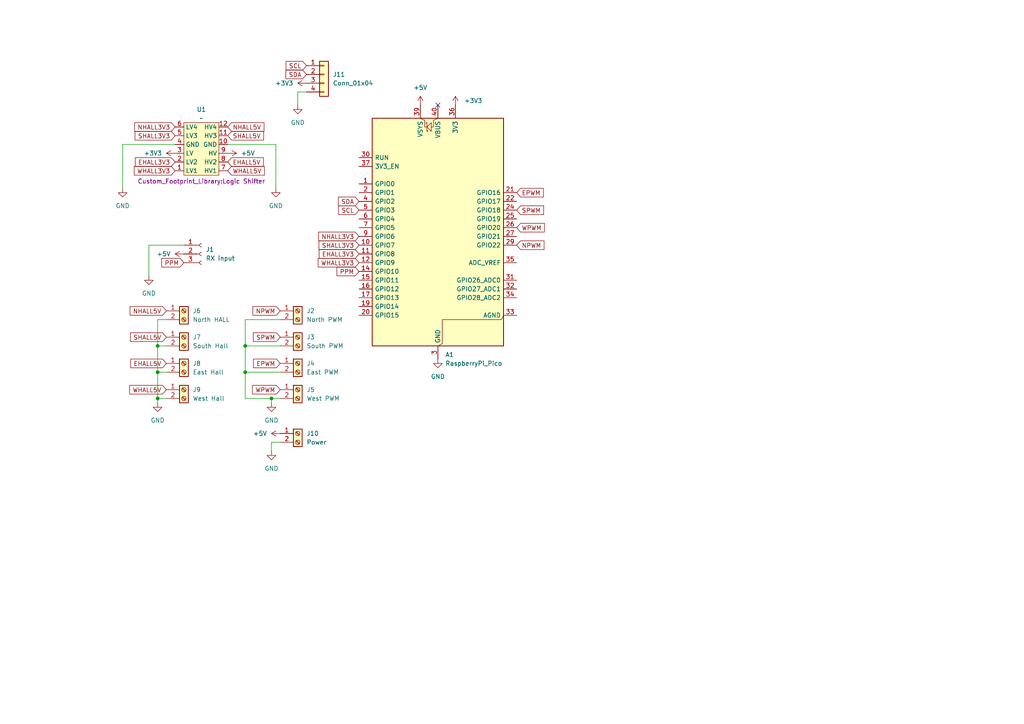
<source format=kicad_sch>
(kicad_sch
	(version 20250114)
	(generator "eeschema")
	(generator_version "9.0")
	(uuid "00fbb397-187f-478c-8d5a-2c59a7097aab")
	(paper "A4")
	(lib_symbols
		(symbol "Connector:Conn_01x03_Socket"
			(pin_names
				(offset 1.016)
				(hide yes)
			)
			(exclude_from_sim no)
			(in_bom yes)
			(on_board yes)
			(property "Reference" "J"
				(at 0 5.08 0)
				(effects
					(font
						(size 1.27 1.27)
					)
				)
			)
			(property "Value" "Conn_01x03_Socket"
				(at 0 -5.08 0)
				(effects
					(font
						(size 1.27 1.27)
					)
				)
			)
			(property "Footprint" ""
				(at 0 0 0)
				(effects
					(font
						(size 1.27 1.27)
					)
					(hide yes)
				)
			)
			(property "Datasheet" "~"
				(at 0 0 0)
				(effects
					(font
						(size 1.27 1.27)
					)
					(hide yes)
				)
			)
			(property "Description" "Generic connector, single row, 01x03, script generated"
				(at 0 0 0)
				(effects
					(font
						(size 1.27 1.27)
					)
					(hide yes)
				)
			)
			(property "ki_locked" ""
				(at 0 0 0)
				(effects
					(font
						(size 1.27 1.27)
					)
				)
			)
			(property "ki_keywords" "connector"
				(at 0 0 0)
				(effects
					(font
						(size 1.27 1.27)
					)
					(hide yes)
				)
			)
			(property "ki_fp_filters" "Connector*:*_1x??_*"
				(at 0 0 0)
				(effects
					(font
						(size 1.27 1.27)
					)
					(hide yes)
				)
			)
			(symbol "Conn_01x03_Socket_1_1"
				(polyline
					(pts
						(xy -1.27 2.54) (xy -0.508 2.54)
					)
					(stroke
						(width 0.1524)
						(type default)
					)
					(fill
						(type none)
					)
				)
				(polyline
					(pts
						(xy -1.27 0) (xy -0.508 0)
					)
					(stroke
						(width 0.1524)
						(type default)
					)
					(fill
						(type none)
					)
				)
				(polyline
					(pts
						(xy -1.27 -2.54) (xy -0.508 -2.54)
					)
					(stroke
						(width 0.1524)
						(type default)
					)
					(fill
						(type none)
					)
				)
				(arc
					(start 0 2.032)
					(mid -0.5058 2.54)
					(end 0 3.048)
					(stroke
						(width 0.1524)
						(type default)
					)
					(fill
						(type none)
					)
				)
				(arc
					(start 0 -0.508)
					(mid -0.5058 0)
					(end 0 0.508)
					(stroke
						(width 0.1524)
						(type default)
					)
					(fill
						(type none)
					)
				)
				(arc
					(start 0 -3.048)
					(mid -0.5058 -2.54)
					(end 0 -2.032)
					(stroke
						(width 0.1524)
						(type default)
					)
					(fill
						(type none)
					)
				)
				(pin passive line
					(at -5.08 2.54 0)
					(length 3.81)
					(name "Pin_1"
						(effects
							(font
								(size 1.27 1.27)
							)
						)
					)
					(number "1"
						(effects
							(font
								(size 1.27 1.27)
							)
						)
					)
				)
				(pin passive line
					(at -5.08 0 0)
					(length 3.81)
					(name "Pin_2"
						(effects
							(font
								(size 1.27 1.27)
							)
						)
					)
					(number "2"
						(effects
							(font
								(size 1.27 1.27)
							)
						)
					)
				)
				(pin passive line
					(at -5.08 -2.54 0)
					(length 3.81)
					(name "Pin_3"
						(effects
							(font
								(size 1.27 1.27)
							)
						)
					)
					(number "3"
						(effects
							(font
								(size 1.27 1.27)
							)
						)
					)
				)
			)
			(embedded_fonts no)
		)
		(symbol "Connector:Screw_Terminal_01x02"
			(pin_names
				(offset 1.016)
				(hide yes)
			)
			(exclude_from_sim no)
			(in_bom yes)
			(on_board yes)
			(property "Reference" "J"
				(at 0 2.54 0)
				(effects
					(font
						(size 1.27 1.27)
					)
				)
			)
			(property "Value" "Screw_Terminal_01x02"
				(at 0 -5.08 0)
				(effects
					(font
						(size 1.27 1.27)
					)
				)
			)
			(property "Footprint" ""
				(at 0 0 0)
				(effects
					(font
						(size 1.27 1.27)
					)
					(hide yes)
				)
			)
			(property "Datasheet" "~"
				(at 0 0 0)
				(effects
					(font
						(size 1.27 1.27)
					)
					(hide yes)
				)
			)
			(property "Description" "Generic screw terminal, single row, 01x02, script generated (kicad-library-utils/schlib/autogen/connector/)"
				(at 0 0 0)
				(effects
					(font
						(size 1.27 1.27)
					)
					(hide yes)
				)
			)
			(property "ki_keywords" "screw terminal"
				(at 0 0 0)
				(effects
					(font
						(size 1.27 1.27)
					)
					(hide yes)
				)
			)
			(property "ki_fp_filters" "TerminalBlock*:*"
				(at 0 0 0)
				(effects
					(font
						(size 1.27 1.27)
					)
					(hide yes)
				)
			)
			(symbol "Screw_Terminal_01x02_1_1"
				(rectangle
					(start -1.27 1.27)
					(end 1.27 -3.81)
					(stroke
						(width 0.254)
						(type default)
					)
					(fill
						(type background)
					)
				)
				(polyline
					(pts
						(xy -0.5334 0.3302) (xy 0.3302 -0.508)
					)
					(stroke
						(width 0.1524)
						(type default)
					)
					(fill
						(type none)
					)
				)
				(polyline
					(pts
						(xy -0.5334 -2.2098) (xy 0.3302 -3.048)
					)
					(stroke
						(width 0.1524)
						(type default)
					)
					(fill
						(type none)
					)
				)
				(polyline
					(pts
						(xy -0.3556 0.508) (xy 0.508 -0.3302)
					)
					(stroke
						(width 0.1524)
						(type default)
					)
					(fill
						(type none)
					)
				)
				(polyline
					(pts
						(xy -0.3556 -2.032) (xy 0.508 -2.8702)
					)
					(stroke
						(width 0.1524)
						(type default)
					)
					(fill
						(type none)
					)
				)
				(circle
					(center 0 0)
					(radius 0.635)
					(stroke
						(width 0.1524)
						(type default)
					)
					(fill
						(type none)
					)
				)
				(circle
					(center 0 -2.54)
					(radius 0.635)
					(stroke
						(width 0.1524)
						(type default)
					)
					(fill
						(type none)
					)
				)
				(pin passive line
					(at -5.08 0 0)
					(length 3.81)
					(name "Pin_1"
						(effects
							(font
								(size 1.27 1.27)
							)
						)
					)
					(number "1"
						(effects
							(font
								(size 1.27 1.27)
							)
						)
					)
				)
				(pin passive line
					(at -5.08 -2.54 0)
					(length 3.81)
					(name "Pin_2"
						(effects
							(font
								(size 1.27 1.27)
							)
						)
					)
					(number "2"
						(effects
							(font
								(size 1.27 1.27)
							)
						)
					)
				)
			)
			(embedded_fonts no)
		)
		(symbol "Connector_Generic:Conn_01x04"
			(pin_names
				(offset 1.016)
				(hide yes)
			)
			(exclude_from_sim no)
			(in_bom yes)
			(on_board yes)
			(property "Reference" "J"
				(at 0 5.08 0)
				(effects
					(font
						(size 1.27 1.27)
					)
				)
			)
			(property "Value" "Conn_01x04"
				(at 0 -7.62 0)
				(effects
					(font
						(size 1.27 1.27)
					)
				)
			)
			(property "Footprint" ""
				(at 0 0 0)
				(effects
					(font
						(size 1.27 1.27)
					)
					(hide yes)
				)
			)
			(property "Datasheet" "~"
				(at 0 0 0)
				(effects
					(font
						(size 1.27 1.27)
					)
					(hide yes)
				)
			)
			(property "Description" "Generic connector, single row, 01x04, script generated (kicad-library-utils/schlib/autogen/connector/)"
				(at 0 0 0)
				(effects
					(font
						(size 1.27 1.27)
					)
					(hide yes)
				)
			)
			(property "ki_keywords" "connector"
				(at 0 0 0)
				(effects
					(font
						(size 1.27 1.27)
					)
					(hide yes)
				)
			)
			(property "ki_fp_filters" "Connector*:*_1x??_*"
				(at 0 0 0)
				(effects
					(font
						(size 1.27 1.27)
					)
					(hide yes)
				)
			)
			(symbol "Conn_01x04_1_1"
				(rectangle
					(start -1.27 3.81)
					(end 1.27 -6.35)
					(stroke
						(width 0.254)
						(type default)
					)
					(fill
						(type background)
					)
				)
				(rectangle
					(start -1.27 2.667)
					(end 0 2.413)
					(stroke
						(width 0.1524)
						(type default)
					)
					(fill
						(type none)
					)
				)
				(rectangle
					(start -1.27 0.127)
					(end 0 -0.127)
					(stroke
						(width 0.1524)
						(type default)
					)
					(fill
						(type none)
					)
				)
				(rectangle
					(start -1.27 -2.413)
					(end 0 -2.667)
					(stroke
						(width 0.1524)
						(type default)
					)
					(fill
						(type none)
					)
				)
				(rectangle
					(start -1.27 -4.953)
					(end 0 -5.207)
					(stroke
						(width 0.1524)
						(type default)
					)
					(fill
						(type none)
					)
				)
				(pin passive line
					(at -5.08 2.54 0)
					(length 3.81)
					(name "Pin_1"
						(effects
							(font
								(size 1.27 1.27)
							)
						)
					)
					(number "1"
						(effects
							(font
								(size 1.27 1.27)
							)
						)
					)
				)
				(pin passive line
					(at -5.08 0 0)
					(length 3.81)
					(name "Pin_2"
						(effects
							(font
								(size 1.27 1.27)
							)
						)
					)
					(number "2"
						(effects
							(font
								(size 1.27 1.27)
							)
						)
					)
				)
				(pin passive line
					(at -5.08 -2.54 0)
					(length 3.81)
					(name "Pin_3"
						(effects
							(font
								(size 1.27 1.27)
							)
						)
					)
					(number "3"
						(effects
							(font
								(size 1.27 1.27)
							)
						)
					)
				)
				(pin passive line
					(at -5.08 -5.08 0)
					(length 3.81)
					(name "Pin_4"
						(effects
							(font
								(size 1.27 1.27)
							)
						)
					)
					(number "4"
						(effects
							(font
								(size 1.27 1.27)
							)
						)
					)
				)
			)
			(embedded_fonts no)
		)
		(symbol "Custom_Symbol_Library:Logic_Shifter"
			(exclude_from_sim no)
			(in_bom yes)
			(on_board yes)
			(property "Reference" "U"
				(at -7.62 14.986 0)
				(effects
					(font
						(size 1.27 1.27)
					)
				)
			)
			(property "Value" ""
				(at 0 0 0)
				(effects
					(font
						(size 1.27 1.27)
					)
				)
			)
			(property "Footprint" ""
				(at 0 0 0)
				(effects
					(font
						(size 1.27 1.27)
					)
					(hide yes)
				)
			)
			(property "Datasheet" ""
				(at 0 0 0)
				(effects
					(font
						(size 1.27 1.27)
					)
					(hide yes)
				)
			)
			(property "Description" ""
				(at 0 0 0)
				(effects
					(font
						(size 1.27 1.27)
					)
					(hide yes)
				)
			)
			(symbol "Logic_Shifter_0_0"
				(pin unspecified line
					(at -15.24 12.7 0)
					(length 2.54)
					(name "LV4"
						(effects
							(font
								(size 1.27 1.27)
							)
						)
					)
					(number "6"
						(effects
							(font
								(size 1.27 1.27)
							)
						)
					)
				)
				(pin unspecified line
					(at -15.24 10.16 0)
					(length 2.54)
					(name "LV3"
						(effects
							(font
								(size 1.27 1.27)
							)
						)
					)
					(number "5"
						(effects
							(font
								(size 1.27 1.27)
							)
						)
					)
				)
				(pin unspecified line
					(at -15.24 7.62 0)
					(length 2.54)
					(name "GND"
						(effects
							(font
								(size 1.27 1.27)
							)
						)
					)
					(number "4"
						(effects
							(font
								(size 1.27 1.27)
							)
						)
					)
				)
				(pin unspecified line
					(at -15.24 5.08 0)
					(length 2.54)
					(name "LV"
						(effects
							(font
								(size 1.27 1.27)
							)
						)
					)
					(number "3"
						(effects
							(font
								(size 1.27 1.27)
							)
						)
					)
				)
				(pin unspecified line
					(at -15.24 2.54 0)
					(length 2.54)
					(name "LV2"
						(effects
							(font
								(size 1.27 1.27)
							)
						)
					)
					(number "2"
						(effects
							(font
								(size 1.27 1.27)
							)
						)
					)
				)
				(pin unspecified line
					(at -15.24 0 0)
					(length 2.54)
					(name "LV1"
						(effects
							(font
								(size 1.27 1.27)
							)
						)
					)
					(number "1"
						(effects
							(font
								(size 1.27 1.27)
							)
						)
					)
				)
				(pin unspecified line
					(at 0 12.7 180)
					(length 2.54)
					(name "HV4"
						(effects
							(font
								(size 1.27 1.27)
							)
						)
					)
					(number "12"
						(effects
							(font
								(size 1.27 1.27)
							)
						)
					)
				)
				(pin unspecified line
					(at 0 10.16 180)
					(length 2.54)
					(name "HV3"
						(effects
							(font
								(size 1.27 1.27)
							)
						)
					)
					(number "11"
						(effects
							(font
								(size 1.27 1.27)
							)
						)
					)
				)
				(pin unspecified line
					(at 0 7.62 180)
					(length 2.54)
					(name "GND"
						(effects
							(font
								(size 1.27 1.27)
							)
						)
					)
					(number "10"
						(effects
							(font
								(size 1.27 1.27)
							)
						)
					)
				)
				(pin unspecified line
					(at 0 5.08 180)
					(length 2.54)
					(name "HV"
						(effects
							(font
								(size 1.27 1.27)
							)
						)
					)
					(number "9"
						(effects
							(font
								(size 1.27 1.27)
							)
						)
					)
				)
				(pin unspecified line
					(at 0 2.54 180)
					(length 2.54)
					(name "HV2"
						(effects
							(font
								(size 1.27 1.27)
							)
						)
					)
					(number "8"
						(effects
							(font
								(size 1.27 1.27)
							)
						)
					)
				)
				(pin unspecified line
					(at 0 0 180)
					(length 2.54)
					(name "HV1"
						(effects
							(font
								(size 1.27 1.27)
							)
						)
					)
					(number "7"
						(effects
							(font
								(size 1.27 1.27)
							)
						)
					)
				)
			)
			(symbol "Logic_Shifter_0_1"
				(rectangle
					(start -12.7 13.97)
					(end -2.54 -1.27)
					(stroke
						(width 0)
						(type default)
					)
					(fill
						(type background)
					)
				)
			)
			(embedded_fonts no)
		)
		(symbol "MCU_Module:RaspberryPi_Pico"
			(pin_names
				(offset 0.762)
			)
			(exclude_from_sim no)
			(in_bom yes)
			(on_board yes)
			(property "Reference" "A"
				(at -19.05 35.56 0)
				(effects
					(font
						(size 1.27 1.27)
					)
					(justify left)
				)
			)
			(property "Value" "RaspberryPi_Pico"
				(at 7.62 35.56 0)
				(effects
					(font
						(size 1.27 1.27)
					)
					(justify left)
				)
			)
			(property "Footprint" "Module:RaspberryPi_Pico_Common_Unspecified"
				(at 0 -46.99 0)
				(effects
					(font
						(size 1.27 1.27)
					)
					(hide yes)
				)
			)
			(property "Datasheet" "https://datasheets.raspberrypi.com/pico/pico-datasheet.pdf"
				(at 0 -49.53 0)
				(effects
					(font
						(size 1.27 1.27)
					)
					(hide yes)
				)
			)
			(property "Description" "Versatile and inexpensive microcontroller module powered by RP2040 dual-core Arm Cortex-M0+ processor up to 133 MHz, 264kB SRAM, 2MB QSPI flash; also supports Raspberry Pi Pico 2"
				(at 0 -52.07 0)
				(effects
					(font
						(size 1.27 1.27)
					)
					(hide yes)
				)
			)
			(property "ki_keywords" "RP2350A M33 RISC-V Hazard3 usb"
				(at 0 0 0)
				(effects
					(font
						(size 1.27 1.27)
					)
					(hide yes)
				)
			)
			(property "ki_fp_filters" "RaspberryPi?Pico?Common* RaspberryPi?Pico?SMD*"
				(at 0 0 0)
				(effects
					(font
						(size 1.27 1.27)
					)
					(hide yes)
				)
			)
			(symbol "RaspberryPi_Pico_0_1"
				(rectangle
					(start -19.05 34.29)
					(end 19.05 -31.75)
					(stroke
						(width 0.254)
						(type default)
					)
					(fill
						(type background)
					)
				)
				(polyline
					(pts
						(xy -5.08 34.29) (xy -3.81 33.655) (xy -3.81 31.75) (xy -3.175 31.75)
					)
					(stroke
						(width 0)
						(type default)
					)
					(fill
						(type none)
					)
				)
				(polyline
					(pts
						(xy -3.429 32.766) (xy -3.429 33.02) (xy -3.175 33.02) (xy -3.175 30.48) (xy -2.921 30.48) (xy -2.921 30.734)
					)
					(stroke
						(width 0)
						(type default)
					)
					(fill
						(type none)
					)
				)
				(polyline
					(pts
						(xy -3.175 31.75) (xy -1.905 33.02) (xy -1.905 30.48) (xy -3.175 31.75)
					)
					(stroke
						(width 0)
						(type default)
					)
					(fill
						(type none)
					)
				)
				(polyline
					(pts
						(xy 0 34.29) (xy -1.27 33.655) (xy -1.27 31.75) (xy -1.905 31.75)
					)
					(stroke
						(width 0)
						(type default)
					)
					(fill
						(type none)
					)
				)
				(polyline
					(pts
						(xy 0 -31.75) (xy 1.27 -31.115) (xy 1.27 -24.13) (xy 18.415 -24.13) (xy 19.05 -22.86)
					)
					(stroke
						(width 0)
						(type default)
					)
					(fill
						(type none)
					)
				)
			)
			(symbol "RaspberryPi_Pico_1_1"
				(pin passive line
					(at -22.86 22.86 0)
					(length 3.81)
					(name "RUN"
						(effects
							(font
								(size 1.27 1.27)
							)
						)
					)
					(number "30"
						(effects
							(font
								(size 1.27 1.27)
							)
						)
					)
					(alternate "~{RESET}" passive line)
				)
				(pin passive line
					(at -22.86 20.32 0)
					(length 3.81)
					(name "3V3_EN"
						(effects
							(font
								(size 1.27 1.27)
							)
						)
					)
					(number "37"
						(effects
							(font
								(size 1.27 1.27)
							)
						)
					)
					(alternate "~{3V3_DISABLE}" passive line)
				)
				(pin bidirectional line
					(at -22.86 15.24 0)
					(length 3.81)
					(name "GPIO0"
						(effects
							(font
								(size 1.27 1.27)
							)
						)
					)
					(number "1"
						(effects
							(font
								(size 1.27 1.27)
							)
						)
					)
					(alternate "I2C0_SDA" bidirectional line)
					(alternate "PWM0_A" output line)
					(alternate "SPI0_RX" input line)
					(alternate "UART0_TX" output line)
					(alternate "USB_OVCUR_DET" input line)
				)
				(pin bidirectional line
					(at -22.86 12.7 0)
					(length 3.81)
					(name "GPIO1"
						(effects
							(font
								(size 1.27 1.27)
							)
						)
					)
					(number "2"
						(effects
							(font
								(size 1.27 1.27)
							)
						)
					)
					(alternate "I2C0_SCL" bidirectional clock)
					(alternate "PWM0_B" bidirectional line)
					(alternate "UART0_RX" input line)
					(alternate "USB_VBUS_DET" passive line)
					(alternate "~{SPI0_CSn}" bidirectional line)
				)
				(pin bidirectional line
					(at -22.86 10.16 0)
					(length 3.81)
					(name "GPIO2"
						(effects
							(font
								(size 1.27 1.27)
							)
						)
					)
					(number "4"
						(effects
							(font
								(size 1.27 1.27)
							)
						)
					)
					(alternate "I2C1_SDA" bidirectional line)
					(alternate "PWM1_A" output line)
					(alternate "SPI0_SCK" bidirectional clock)
					(alternate "UART0_CTS" input line)
					(alternate "USB_VBUS_EN" output line)
				)
				(pin bidirectional line
					(at -22.86 7.62 0)
					(length 3.81)
					(name "GPIO3"
						(effects
							(font
								(size 1.27 1.27)
							)
						)
					)
					(number "5"
						(effects
							(font
								(size 1.27 1.27)
							)
						)
					)
					(alternate "I2C1_SCL" bidirectional clock)
					(alternate "PWM1_B" bidirectional line)
					(alternate "SPI0_TX" output line)
					(alternate "UART0_RTS" output line)
					(alternate "USB_OVCUR_DET" input line)
				)
				(pin bidirectional line
					(at -22.86 5.08 0)
					(length 3.81)
					(name "GPIO4"
						(effects
							(font
								(size 1.27 1.27)
							)
						)
					)
					(number "6"
						(effects
							(font
								(size 1.27 1.27)
							)
						)
					)
					(alternate "I2C0_SDA" bidirectional line)
					(alternate "PWM2_A" output line)
					(alternate "SPI0_RX" input line)
					(alternate "UART1_TX" output line)
					(alternate "USB_VBUS_DET" input line)
				)
				(pin bidirectional line
					(at -22.86 2.54 0)
					(length 3.81)
					(name "GPIO5"
						(effects
							(font
								(size 1.27 1.27)
							)
						)
					)
					(number "7"
						(effects
							(font
								(size 1.27 1.27)
							)
						)
					)
					(alternate "I2C0_SCL" bidirectional clock)
					(alternate "PWM2_B" bidirectional line)
					(alternate "UART1_RX" input line)
					(alternate "USB_VBUS_EN" output line)
					(alternate "~{SPI0_CSn}" bidirectional line)
				)
				(pin bidirectional line
					(at -22.86 0 0)
					(length 3.81)
					(name "GPIO6"
						(effects
							(font
								(size 1.27 1.27)
							)
						)
					)
					(number "9"
						(effects
							(font
								(size 1.27 1.27)
							)
						)
					)
					(alternate "I2C1_SDA" bidirectional line)
					(alternate "PWM3_A" output line)
					(alternate "SPI0_SCK" bidirectional clock)
					(alternate "UART1_CTS" input line)
					(alternate "USB_OVCUR_DET" input line)
				)
				(pin bidirectional line
					(at -22.86 -2.54 0)
					(length 3.81)
					(name "GPIO7"
						(effects
							(font
								(size 1.27 1.27)
							)
						)
					)
					(number "10"
						(effects
							(font
								(size 1.27 1.27)
							)
						)
					)
					(alternate "I2C1_SCL" bidirectional clock)
					(alternate "PWM3_B" bidirectional line)
					(alternate "SPI0_TX" output line)
					(alternate "UART1_RTS" output line)
					(alternate "USB_VBUS_DET" input line)
				)
				(pin bidirectional line
					(at -22.86 -5.08 0)
					(length 3.81)
					(name "GPIO8"
						(effects
							(font
								(size 1.27 1.27)
							)
						)
					)
					(number "11"
						(effects
							(font
								(size 1.27 1.27)
							)
						)
					)
					(alternate "I2C0_SDA" bidirectional line)
					(alternate "PWM4_A" output line)
					(alternate "SPI1_RX" input line)
					(alternate "UART1_TX" output line)
					(alternate "USB_VBUS_EN" output line)
				)
				(pin bidirectional line
					(at -22.86 -7.62 0)
					(length 3.81)
					(name "GPIO9"
						(effects
							(font
								(size 1.27 1.27)
							)
						)
					)
					(number "12"
						(effects
							(font
								(size 1.27 1.27)
							)
						)
					)
					(alternate "I2C0_SCL" bidirectional clock)
					(alternate "PWM4_B" bidirectional line)
					(alternate "UART1_RX" input line)
					(alternate "USB_OVCUR_DET" input line)
					(alternate "~{SPI1_CSn}" bidirectional line)
				)
				(pin bidirectional line
					(at -22.86 -10.16 0)
					(length 3.81)
					(name "GPIO10"
						(effects
							(font
								(size 1.27 1.27)
							)
						)
					)
					(number "14"
						(effects
							(font
								(size 1.27 1.27)
							)
						)
					)
					(alternate "I2C1_SDA" bidirectional line)
					(alternate "PWM5_A" output line)
					(alternate "SPI1_SCK" bidirectional clock)
					(alternate "UART1_CTS" input line)
					(alternate "USB_VBUS_DET" input line)
				)
				(pin bidirectional line
					(at -22.86 -12.7 0)
					(length 3.81)
					(name "GPIO11"
						(effects
							(font
								(size 1.27 1.27)
							)
						)
					)
					(number "15"
						(effects
							(font
								(size 1.27 1.27)
							)
						)
					)
					(alternate "I2C1_SCL" bidirectional clock)
					(alternate "PWM5_B" bidirectional line)
					(alternate "SPI1_TX" output line)
					(alternate "UART1_RTS" output line)
					(alternate "USB_VBUS_EN" output line)
				)
				(pin bidirectional line
					(at -22.86 -15.24 0)
					(length 3.81)
					(name "GPIO12"
						(effects
							(font
								(size 1.27 1.27)
							)
						)
					)
					(number "16"
						(effects
							(font
								(size 1.27 1.27)
							)
						)
					)
					(alternate "I2C0_SDA" bidirectional line)
					(alternate "PWM6_A" output line)
					(alternate "SPI1_RX" input line)
					(alternate "UART0_TX" output line)
					(alternate "USB_OVCUR_DET" input line)
				)
				(pin bidirectional line
					(at -22.86 -17.78 0)
					(length 3.81)
					(name "GPIO13"
						(effects
							(font
								(size 1.27 1.27)
							)
						)
					)
					(number "17"
						(effects
							(font
								(size 1.27 1.27)
							)
						)
					)
					(alternate "I2C0_SCL" bidirectional clock)
					(alternate "PWM6_B" bidirectional line)
					(alternate "UART0_RX" input line)
					(alternate "USB_VBUS_DET" input line)
					(alternate "~{SPI1_CSn}" bidirectional line)
				)
				(pin bidirectional line
					(at -22.86 -20.32 0)
					(length 3.81)
					(name "GPIO14"
						(effects
							(font
								(size 1.27 1.27)
							)
						)
					)
					(number "19"
						(effects
							(font
								(size 1.27 1.27)
							)
						)
					)
					(alternate "I2C1_SDA" bidirectional line)
					(alternate "PWM7_A" output line)
					(alternate "SPI1_SCK" bidirectional clock)
					(alternate "UART0_CTS" input line)
					(alternate "USB_VBUS_EN" output line)
				)
				(pin bidirectional line
					(at -22.86 -22.86 0)
					(length 3.81)
					(name "GPIO15"
						(effects
							(font
								(size 1.27 1.27)
							)
						)
					)
					(number "20"
						(effects
							(font
								(size 1.27 1.27)
							)
						)
					)
					(alternate "I2C1_SCL" bidirectional clock)
					(alternate "PWM7_B" bidirectional line)
					(alternate "SPI1_TX" output line)
					(alternate "UART0_RTS" output line)
					(alternate "USB_OVCUR_DET" input line)
				)
				(pin power_in line
					(at -5.08 38.1 270)
					(length 3.81)
					(name "VSYS"
						(effects
							(font
								(size 1.27 1.27)
							)
						)
					)
					(number "39"
						(effects
							(font
								(size 1.27 1.27)
							)
						)
					)
					(alternate "VSYS_OUT" power_out line)
				)
				(pin power_out line
					(at 0 38.1 270)
					(length 3.81)
					(name "VBUS"
						(effects
							(font
								(size 1.27 1.27)
							)
						)
					)
					(number "40"
						(effects
							(font
								(size 1.27 1.27)
							)
						)
					)
					(alternate "VBUS_IN" power_in line)
				)
				(pin passive line
					(at 0 -35.56 90)
					(length 3.81)
					(hide yes)
					(name "GND"
						(effects
							(font
								(size 1.27 1.27)
							)
						)
					)
					(number "13"
						(effects
							(font
								(size 1.27 1.27)
							)
						)
					)
				)
				(pin passive line
					(at 0 -35.56 90)
					(length 3.81)
					(hide yes)
					(name "GND"
						(effects
							(font
								(size 1.27 1.27)
							)
						)
					)
					(number "18"
						(effects
							(font
								(size 1.27 1.27)
							)
						)
					)
				)
				(pin passive line
					(at 0 -35.56 90)
					(length 3.81)
					(hide yes)
					(name "GND"
						(effects
							(font
								(size 1.27 1.27)
							)
						)
					)
					(number "23"
						(effects
							(font
								(size 1.27 1.27)
							)
						)
					)
				)
				(pin passive line
					(at 0 -35.56 90)
					(length 3.81)
					(hide yes)
					(name "GND"
						(effects
							(font
								(size 1.27 1.27)
							)
						)
					)
					(number "28"
						(effects
							(font
								(size 1.27 1.27)
							)
						)
					)
				)
				(pin power_out line
					(at 0 -35.56 90)
					(length 3.81)
					(name "GND"
						(effects
							(font
								(size 1.27 1.27)
							)
						)
					)
					(number "3"
						(effects
							(font
								(size 1.27 1.27)
							)
						)
					)
					(alternate "GND_IN" power_in line)
				)
				(pin passive line
					(at 0 -35.56 90)
					(length 3.81)
					(hide yes)
					(name "GND"
						(effects
							(font
								(size 1.27 1.27)
							)
						)
					)
					(number "38"
						(effects
							(font
								(size 1.27 1.27)
							)
						)
					)
				)
				(pin passive line
					(at 0 -35.56 90)
					(length 3.81)
					(hide yes)
					(name "GND"
						(effects
							(font
								(size 1.27 1.27)
							)
						)
					)
					(number "8"
						(effects
							(font
								(size 1.27 1.27)
							)
						)
					)
				)
				(pin power_out line
					(at 5.08 38.1 270)
					(length 3.81)
					(name "3V3"
						(effects
							(font
								(size 1.27 1.27)
							)
						)
					)
					(number "36"
						(effects
							(font
								(size 1.27 1.27)
							)
						)
					)
				)
				(pin bidirectional line
					(at 22.86 12.7 180)
					(length 3.81)
					(name "GPIO16"
						(effects
							(font
								(size 1.27 1.27)
							)
						)
					)
					(number "21"
						(effects
							(font
								(size 1.27 1.27)
							)
						)
					)
					(alternate "I2C0_SDA" bidirectional line)
					(alternate "PWM0_A" output line)
					(alternate "SPI0_RX" input line)
					(alternate "UART0_TX" output line)
					(alternate "USB_VBUS_DET" input line)
				)
				(pin bidirectional line
					(at 22.86 10.16 180)
					(length 3.81)
					(name "GPIO17"
						(effects
							(font
								(size 1.27 1.27)
							)
						)
					)
					(number "22"
						(effects
							(font
								(size 1.27 1.27)
							)
						)
					)
					(alternate "I2C0_SCL" bidirectional clock)
					(alternate "PWM0_B" bidirectional line)
					(alternate "UART0_RX" input line)
					(alternate "USB_VBUS_EN" output line)
					(alternate "~{SPI0_CSn}" bidirectional line)
				)
				(pin bidirectional line
					(at 22.86 7.62 180)
					(length 3.81)
					(name "GPIO18"
						(effects
							(font
								(size 1.27 1.27)
							)
						)
					)
					(number "24"
						(effects
							(font
								(size 1.27 1.27)
							)
						)
					)
					(alternate "I2C1_SDA" bidirectional line)
					(alternate "PWM1_A" output line)
					(alternate "SPI0_SCK" bidirectional clock)
					(alternate "UART0_CTS" input line)
					(alternate "USB_OVCUR_DET" input line)
				)
				(pin bidirectional line
					(at 22.86 5.08 180)
					(length 3.81)
					(name "GPIO19"
						(effects
							(font
								(size 1.27 1.27)
							)
						)
					)
					(number "25"
						(effects
							(font
								(size 1.27 1.27)
							)
						)
					)
					(alternate "I2C1_SCL" bidirectional clock)
					(alternate "PWM1_B" bidirectional line)
					(alternate "SPI0_TX" output line)
					(alternate "UART0_RTS" output line)
					(alternate "USB_VBUS_DET" input line)
				)
				(pin bidirectional line
					(at 22.86 2.54 180)
					(length 3.81)
					(name "GPIO20"
						(effects
							(font
								(size 1.27 1.27)
							)
						)
					)
					(number "26"
						(effects
							(font
								(size 1.27 1.27)
							)
						)
					)
					(alternate "CLOCK_GPIN0" input clock)
					(alternate "I2C0_SDA" bidirectional line)
					(alternate "PWM2_A" output line)
					(alternate "SPI0_RX" input line)
					(alternate "UART1_TX" output line)
					(alternate "USB_VBUS_EN" output line)
				)
				(pin bidirectional line
					(at 22.86 0 180)
					(length 3.81)
					(name "GPIO21"
						(effects
							(font
								(size 1.27 1.27)
							)
						)
					)
					(number "27"
						(effects
							(font
								(size 1.27 1.27)
							)
						)
					)
					(alternate "CLOCK_GPOUT0" output clock)
					(alternate "I2C0_SCL" bidirectional clock)
					(alternate "PWM2_B" bidirectional line)
					(alternate "UART1_RX" input line)
					(alternate "USB_OVCUR_DET" input line)
					(alternate "~{SPI0_CSn}" bidirectional line)
				)
				(pin bidirectional line
					(at 22.86 -2.54 180)
					(length 3.81)
					(name "GPIO22"
						(effects
							(font
								(size 1.27 1.27)
							)
						)
					)
					(number "29"
						(effects
							(font
								(size 1.27 1.27)
							)
						)
					)
					(alternate "CLOCK_GPIN1" input clock)
					(alternate "I2C1_SDA" bidirectional line)
					(alternate "PWM3_A" output line)
					(alternate "SPI0_SCK" bidirectional clock)
					(alternate "UART1_CTS" input line)
					(alternate "USB_VBUS_DET" input line)
				)
				(pin power_in line
					(at 22.86 -7.62 180)
					(length 3.81)
					(name "ADC_VREF"
						(effects
							(font
								(size 1.27 1.27)
							)
						)
					)
					(number "35"
						(effects
							(font
								(size 1.27 1.27)
							)
						)
					)
				)
				(pin bidirectional line
					(at 22.86 -12.7 180)
					(length 3.81)
					(name "GPIO26_ADC0"
						(effects
							(font
								(size 1.27 1.27)
							)
						)
					)
					(number "31"
						(effects
							(font
								(size 1.27 1.27)
							)
						)
					)
					(alternate "ADC0" input line)
					(alternate "GPIO26" bidirectional line)
					(alternate "I2C1_SDA" bidirectional line)
					(alternate "PWM5_A" output line)
					(alternate "SPI1_SCK" bidirectional clock)
					(alternate "UART1_CTS" input line)
					(alternate "USB_VBUS_EN" output line)
				)
				(pin bidirectional line
					(at 22.86 -15.24 180)
					(length 3.81)
					(name "GPIO27_ADC1"
						(effects
							(font
								(size 1.27 1.27)
							)
						)
					)
					(number "32"
						(effects
							(font
								(size 1.27 1.27)
							)
						)
					)
					(alternate "ADC1" input line)
					(alternate "GPIO27" bidirectional line)
					(alternate "I2C1_SCL" bidirectional clock)
					(alternate "PWM5_B" bidirectional line)
					(alternate "SPI1_TX" output line)
					(alternate "UART1_RTS" output line)
					(alternate "USB_OVCUR_DET" input line)
				)
				(pin bidirectional line
					(at 22.86 -17.78 180)
					(length 3.81)
					(name "GPIO28_ADC2"
						(effects
							(font
								(size 1.27 1.27)
							)
						)
					)
					(number "34"
						(effects
							(font
								(size 1.27 1.27)
							)
						)
					)
					(alternate "ADC2" input line)
					(alternate "GPIO28" bidirectional line)
					(alternate "I2C0_SDA" bidirectional line)
					(alternate "PWM6_A" output line)
					(alternate "SPI1_RX" input line)
					(alternate "UART0_TX" output line)
					(alternate "USB_VBUS_DET" input line)
				)
				(pin power_out line
					(at 22.86 -22.86 180)
					(length 3.81)
					(name "AGND"
						(effects
							(font
								(size 1.27 1.27)
							)
						)
					)
					(number "33"
						(effects
							(font
								(size 1.27 1.27)
							)
						)
					)
					(alternate "GND" passive line)
				)
			)
			(embedded_fonts no)
		)
		(symbol "power:+3V3"
			(power)
			(pin_numbers
				(hide yes)
			)
			(pin_names
				(offset 0)
				(hide yes)
			)
			(exclude_from_sim no)
			(in_bom yes)
			(on_board yes)
			(property "Reference" "#PWR"
				(at 0 -3.81 0)
				(effects
					(font
						(size 1.27 1.27)
					)
					(hide yes)
				)
			)
			(property "Value" "+3V3"
				(at 0 3.556 0)
				(effects
					(font
						(size 1.27 1.27)
					)
				)
			)
			(property "Footprint" ""
				(at 0 0 0)
				(effects
					(font
						(size 1.27 1.27)
					)
					(hide yes)
				)
			)
			(property "Datasheet" ""
				(at 0 0 0)
				(effects
					(font
						(size 1.27 1.27)
					)
					(hide yes)
				)
			)
			(property "Description" "Power symbol creates a global label with name \"+3V3\""
				(at 0 0 0)
				(effects
					(font
						(size 1.27 1.27)
					)
					(hide yes)
				)
			)
			(property "ki_keywords" "global power"
				(at 0 0 0)
				(effects
					(font
						(size 1.27 1.27)
					)
					(hide yes)
				)
			)
			(symbol "+3V3_0_1"
				(polyline
					(pts
						(xy -0.762 1.27) (xy 0 2.54)
					)
					(stroke
						(width 0)
						(type default)
					)
					(fill
						(type none)
					)
				)
				(polyline
					(pts
						(xy 0 2.54) (xy 0.762 1.27)
					)
					(stroke
						(width 0)
						(type default)
					)
					(fill
						(type none)
					)
				)
				(polyline
					(pts
						(xy 0 0) (xy 0 2.54)
					)
					(stroke
						(width 0)
						(type default)
					)
					(fill
						(type none)
					)
				)
			)
			(symbol "+3V3_1_1"
				(pin power_in line
					(at 0 0 90)
					(length 0)
					(name "~"
						(effects
							(font
								(size 1.27 1.27)
							)
						)
					)
					(number "1"
						(effects
							(font
								(size 1.27 1.27)
							)
						)
					)
				)
			)
			(embedded_fonts no)
		)
		(symbol "power:+5V"
			(power)
			(pin_numbers
				(hide yes)
			)
			(pin_names
				(offset 0)
				(hide yes)
			)
			(exclude_from_sim no)
			(in_bom yes)
			(on_board yes)
			(property "Reference" "#PWR"
				(at 0 -3.81 0)
				(effects
					(font
						(size 1.27 1.27)
					)
					(hide yes)
				)
			)
			(property "Value" "+5V"
				(at 0 3.556 0)
				(effects
					(font
						(size 1.27 1.27)
					)
				)
			)
			(property "Footprint" ""
				(at 0 0 0)
				(effects
					(font
						(size 1.27 1.27)
					)
					(hide yes)
				)
			)
			(property "Datasheet" ""
				(at 0 0 0)
				(effects
					(font
						(size 1.27 1.27)
					)
					(hide yes)
				)
			)
			(property "Description" "Power symbol creates a global label with name \"+5V\""
				(at 0 0 0)
				(effects
					(font
						(size 1.27 1.27)
					)
					(hide yes)
				)
			)
			(property "ki_keywords" "global power"
				(at 0 0 0)
				(effects
					(font
						(size 1.27 1.27)
					)
					(hide yes)
				)
			)
			(symbol "+5V_0_1"
				(polyline
					(pts
						(xy -0.762 1.27) (xy 0 2.54)
					)
					(stroke
						(width 0)
						(type default)
					)
					(fill
						(type none)
					)
				)
				(polyline
					(pts
						(xy 0 2.54) (xy 0.762 1.27)
					)
					(stroke
						(width 0)
						(type default)
					)
					(fill
						(type none)
					)
				)
				(polyline
					(pts
						(xy 0 0) (xy 0 2.54)
					)
					(stroke
						(width 0)
						(type default)
					)
					(fill
						(type none)
					)
				)
			)
			(symbol "+5V_1_1"
				(pin power_in line
					(at 0 0 90)
					(length 0)
					(name "~"
						(effects
							(font
								(size 1.27 1.27)
							)
						)
					)
					(number "1"
						(effects
							(font
								(size 1.27 1.27)
							)
						)
					)
				)
			)
			(embedded_fonts no)
		)
		(symbol "power:GND"
			(power)
			(pin_numbers
				(hide yes)
			)
			(pin_names
				(offset 0)
				(hide yes)
			)
			(exclude_from_sim no)
			(in_bom yes)
			(on_board yes)
			(property "Reference" "#PWR"
				(at 0 -6.35 0)
				(effects
					(font
						(size 1.27 1.27)
					)
					(hide yes)
				)
			)
			(property "Value" "GND"
				(at 0 -3.81 0)
				(effects
					(font
						(size 1.27 1.27)
					)
				)
			)
			(property "Footprint" ""
				(at 0 0 0)
				(effects
					(font
						(size 1.27 1.27)
					)
					(hide yes)
				)
			)
			(property "Datasheet" ""
				(at 0 0 0)
				(effects
					(font
						(size 1.27 1.27)
					)
					(hide yes)
				)
			)
			(property "Description" "Power symbol creates a global label with name \"GND\" , ground"
				(at 0 0 0)
				(effects
					(font
						(size 1.27 1.27)
					)
					(hide yes)
				)
			)
			(property "ki_keywords" "global power"
				(at 0 0 0)
				(effects
					(font
						(size 1.27 1.27)
					)
					(hide yes)
				)
			)
			(symbol "GND_0_1"
				(polyline
					(pts
						(xy 0 0) (xy 0 -1.27) (xy 1.27 -1.27) (xy 0 -2.54) (xy -1.27 -1.27) (xy 0 -1.27)
					)
					(stroke
						(width 0)
						(type default)
					)
					(fill
						(type none)
					)
				)
			)
			(symbol "GND_1_1"
				(pin power_in line
					(at 0 0 270)
					(length 0)
					(name "~"
						(effects
							(font
								(size 1.27 1.27)
							)
						)
					)
					(number "1"
						(effects
							(font
								(size 1.27 1.27)
							)
						)
					)
				)
			)
			(embedded_fonts no)
		)
	)
	(junction
		(at 45.72 107.95)
		(diameter 0)
		(color 0 0 0 0)
		(uuid "05fe6f65-350f-4a5f-860a-17ee101db21b")
	)
	(junction
		(at 71.12 100.33)
		(diameter 0)
		(color 0 0 0 0)
		(uuid "4ae12a3b-2a88-4c35-8675-727664f90488")
	)
	(junction
		(at 45.72 100.33)
		(diameter 0)
		(color 0 0 0 0)
		(uuid "4cf3bfb4-43f8-40de-ac17-1ed5b709b5d0")
	)
	(junction
		(at 45.72 115.57)
		(diameter 0)
		(color 0 0 0 0)
		(uuid "4f22ce08-2173-4262-9bc9-eaa1280d66e5")
	)
	(junction
		(at 78.74 115.57)
		(diameter 0)
		(color 0 0 0 0)
		(uuid "5f88f5ca-1dad-46c6-8d2a-a5705afebb10")
	)
	(junction
		(at 71.12 107.95)
		(diameter 0)
		(color 0 0 0 0)
		(uuid "e75d098a-8aea-4855-964c-1ecdf00cd970")
	)
	(no_connect
		(at 127 30.48)
		(uuid "382c317c-02e3-4e4d-b1ee-281bd419fadd")
	)
	(wire
		(pts
			(xy 45.72 92.71) (xy 45.72 100.33)
		)
		(stroke
			(width 0)
			(type default)
		)
		(uuid "043affa6-3787-4fae-b24a-869333d473c7")
	)
	(wire
		(pts
			(xy 80.01 41.91) (xy 80.01 54.61)
		)
		(stroke
			(width 0)
			(type default)
		)
		(uuid "05ed169f-4cf9-46ab-b925-741bc27b05e7")
	)
	(wire
		(pts
			(xy 81.28 115.57) (xy 78.74 115.57)
		)
		(stroke
			(width 0)
			(type default)
		)
		(uuid "09815331-8ec0-408e-b379-bd0dca302200")
	)
	(wire
		(pts
			(xy 71.12 107.95) (xy 81.28 107.95)
		)
		(stroke
			(width 0)
			(type default)
		)
		(uuid "137edc22-fc63-416f-ae58-fc097b488549")
	)
	(wire
		(pts
			(xy 71.12 115.57) (xy 78.74 115.57)
		)
		(stroke
			(width 0)
			(type default)
		)
		(uuid "27bd6783-0162-4013-8de9-a75ac52e1771")
	)
	(wire
		(pts
			(xy 45.72 100.33) (xy 45.72 107.95)
		)
		(stroke
			(width 0)
			(type default)
		)
		(uuid "31ad8375-f87a-4a2c-8126-564f71a4aad4")
	)
	(wire
		(pts
			(xy 71.12 92.71) (xy 71.12 100.33)
		)
		(stroke
			(width 0)
			(type default)
		)
		(uuid "3462ac2b-fae0-4516-b207-842f01ca6ccf")
	)
	(wire
		(pts
			(xy 53.34 71.12) (xy 43.18 71.12)
		)
		(stroke
			(width 0)
			(type default)
		)
		(uuid "362405c7-3b81-4fd7-bf52-19cf99711ec8")
	)
	(wire
		(pts
			(xy 45.72 115.57) (xy 45.72 116.84)
		)
		(stroke
			(width 0)
			(type default)
		)
		(uuid "3aa5a543-3d22-422d-bb84-ac571928430b")
	)
	(wire
		(pts
			(xy 43.18 71.12) (xy 43.18 80.01)
		)
		(stroke
			(width 0)
			(type default)
		)
		(uuid "5179a8dc-e5a3-4193-a5a7-1f96e4dd8af5")
	)
	(wire
		(pts
			(xy 45.72 107.95) (xy 45.72 115.57)
		)
		(stroke
			(width 0)
			(type default)
		)
		(uuid "6a57c51b-8e6e-454b-adb0-3f4b437da385")
	)
	(wire
		(pts
			(xy 86.36 26.67) (xy 86.36 30.48)
		)
		(stroke
			(width 0)
			(type default)
		)
		(uuid "6a87b340-e41d-41e7-a236-eba5d2be3a94")
	)
	(wire
		(pts
			(xy 48.26 107.95) (xy 45.72 107.95)
		)
		(stroke
			(width 0)
			(type default)
		)
		(uuid "6d79f9d1-b7a7-4111-b6aa-af299d760e80")
	)
	(wire
		(pts
			(xy 81.28 92.71) (xy 71.12 92.71)
		)
		(stroke
			(width 0)
			(type default)
		)
		(uuid "6e1dd05f-4f56-41fd-bb65-1cab98e5d639")
	)
	(wire
		(pts
			(xy 71.12 100.33) (xy 71.12 107.95)
		)
		(stroke
			(width 0)
			(type default)
		)
		(uuid "7a9b8452-48ee-4855-91a5-6bd03c728bb5")
	)
	(wire
		(pts
			(xy 35.56 41.91) (xy 35.56 54.61)
		)
		(stroke
			(width 0)
			(type default)
		)
		(uuid "7d65a5f6-fee8-461f-853e-81220619df52")
	)
	(wire
		(pts
			(xy 71.12 100.33) (xy 81.28 100.33)
		)
		(stroke
			(width 0)
			(type default)
		)
		(uuid "7fa50ea4-95e2-4963-a24c-9af8dfde321b")
	)
	(wire
		(pts
			(xy 50.8 41.91) (xy 35.56 41.91)
		)
		(stroke
			(width 0)
			(type default)
		)
		(uuid "88480b03-abdb-4992-a82e-a56eb80660b1")
	)
	(wire
		(pts
			(xy 71.12 107.95) (xy 71.12 115.57)
		)
		(stroke
			(width 0)
			(type default)
		)
		(uuid "a08b64d6-e067-497d-8524-aeebbb77744b")
	)
	(wire
		(pts
			(xy 81.28 128.27) (xy 78.74 128.27)
		)
		(stroke
			(width 0)
			(type default)
		)
		(uuid "a82cf235-d4f3-47dd-a0c8-2aa458f88f6a")
	)
	(wire
		(pts
			(xy 78.74 115.57) (xy 78.74 116.84)
		)
		(stroke
			(width 0)
			(type default)
		)
		(uuid "a83b2bb5-362a-4ddc-9ed9-68e299601b54")
	)
	(wire
		(pts
			(xy 66.04 41.91) (xy 80.01 41.91)
		)
		(stroke
			(width 0)
			(type default)
		)
		(uuid "af8a38a9-ff6a-4bfb-b442-940e507e5a6a")
	)
	(wire
		(pts
			(xy 78.74 128.27) (xy 78.74 130.81)
		)
		(stroke
			(width 0)
			(type default)
		)
		(uuid "b66a60d9-1428-4aeb-992e-faaf90484fc9")
	)
	(wire
		(pts
			(xy 48.26 115.57) (xy 45.72 115.57)
		)
		(stroke
			(width 0)
			(type default)
		)
		(uuid "b98714f4-4929-404c-89f4-645c24f71ebc")
	)
	(wire
		(pts
			(xy 48.26 92.71) (xy 45.72 92.71)
		)
		(stroke
			(width 0)
			(type default)
		)
		(uuid "da1dc089-310f-4557-90c2-4415b9324f57")
	)
	(wire
		(pts
			(xy 48.26 100.33) (xy 45.72 100.33)
		)
		(stroke
			(width 0)
			(type default)
		)
		(uuid "e9a6255a-c6aa-40f4-a07d-31ed2483ee2d")
	)
	(wire
		(pts
			(xy 88.9 26.67) (xy 86.36 26.67)
		)
		(stroke
			(width 0)
			(type default)
		)
		(uuid "fd739c82-72a7-49d3-8965-d09b909cdcaa")
	)
	(global_label "NHALL5V"
		(shape input)
		(at 66.04 36.83 0)
		(fields_autoplaced yes)
		(effects
			(font
				(size 1.27 1.27)
			)
			(justify left)
		)
		(uuid "04b36ff2-2179-4a03-b916-8c9dffebe4f9")
		(property "Intersheetrefs" "${INTERSHEET_REFS}"
			(at 77.1291 36.83 0)
			(effects
				(font
					(size 1.27 1.27)
				)
				(justify left)
				(hide yes)
			)
		)
	)
	(global_label "SHALL5V"
		(shape input)
		(at 48.26 97.79 180)
		(fields_autoplaced yes)
		(effects
			(font
				(size 1.27 1.27)
			)
			(justify right)
		)
		(uuid "05625fb5-cd6d-4458-9184-3c4843464be5")
		(property "Intersheetrefs" "${INTERSHEET_REFS}"
			(at 37.2919 97.79 0)
			(effects
				(font
					(size 1.27 1.27)
				)
				(justify right)
				(hide yes)
			)
		)
	)
	(global_label "SPWM"
		(shape input)
		(at 81.28 97.79 180)
		(fields_autoplaced yes)
		(effects
			(font
				(size 1.27 1.27)
			)
			(justify right)
		)
		(uuid "0e48a253-eafd-4104-9efe-8ac09a1a2854")
		(property "Intersheetrefs" "${INTERSHEET_REFS}"
			(at 72.9125 97.79 0)
			(effects
				(font
					(size 1.27 1.27)
				)
				(justify right)
				(hide yes)
			)
		)
	)
	(global_label "EPWM"
		(shape input)
		(at 81.28 105.41 180)
		(fields_autoplaced yes)
		(effects
			(font
				(size 1.27 1.27)
			)
			(justify right)
		)
		(uuid "0fab5c9d-e744-4116-9c80-04538076cff4")
		(property "Intersheetrefs" "${INTERSHEET_REFS}"
			(at 72.973 105.41 0)
			(effects
				(font
					(size 1.27 1.27)
				)
				(justify right)
				(hide yes)
			)
		)
	)
	(global_label "NHALL3V3"
		(shape input)
		(at 50.8 36.83 180)
		(fields_autoplaced yes)
		(effects
			(font
				(size 1.27 1.27)
			)
			(justify right)
		)
		(uuid "11488d59-5950-4a69-a433-f8d67e3f8a86")
		(property "Intersheetrefs" "${INTERSHEET_REFS}"
			(at 38.5014 36.83 0)
			(effects
				(font
					(size 1.27 1.27)
				)
				(justify right)
				(hide yes)
			)
		)
	)
	(global_label "EHALL5V"
		(shape input)
		(at 66.04 46.99 0)
		(fields_autoplaced yes)
		(effects
			(font
				(size 1.27 1.27)
			)
			(justify left)
		)
		(uuid "1bcef8cc-9dd3-4fb7-9ee2-2b9085327edd")
		(property "Intersheetrefs" "${INTERSHEET_REFS}"
			(at 76.9476 46.99 0)
			(effects
				(font
					(size 1.27 1.27)
				)
				(justify left)
				(hide yes)
			)
		)
	)
	(global_label "SHALL3V3"
		(shape input)
		(at 50.8 39.37 180)
		(fields_autoplaced yes)
		(effects
			(font
				(size 1.27 1.27)
			)
			(justify right)
		)
		(uuid "33253f47-e96d-4b73-a5fd-b4403b703ef9")
		(property "Intersheetrefs" "${INTERSHEET_REFS}"
			(at 38.6224 39.37 0)
			(effects
				(font
					(size 1.27 1.27)
				)
				(justify right)
				(hide yes)
			)
		)
	)
	(global_label "SHALL3V3"
		(shape input)
		(at 104.14 71.12 180)
		(fields_autoplaced yes)
		(effects
			(font
				(size 1.27 1.27)
			)
			(justify right)
		)
		(uuid "3f7893fb-2a05-40c0-b8d2-c84ab932dfad")
		(property "Intersheetrefs" "${INTERSHEET_REFS}"
			(at 91.9624 71.12 0)
			(effects
				(font
					(size 1.27 1.27)
				)
				(justify right)
				(hide yes)
			)
		)
	)
	(global_label "SDA"
		(shape input)
		(at 88.9 21.59 180)
		(fields_autoplaced yes)
		(effects
			(font
				(size 1.27 1.27)
			)
			(justify right)
		)
		(uuid "45c348c0-e131-40d5-a49f-3fc8516fc4ee")
		(property "Intersheetrefs" "${INTERSHEET_REFS}"
			(at 82.3467 21.59 0)
			(effects
				(font
					(size 1.27 1.27)
				)
				(justify right)
				(hide yes)
			)
		)
	)
	(global_label "EHALL3V3"
		(shape input)
		(at 50.8 46.99 180)
		(fields_autoplaced yes)
		(effects
			(font
				(size 1.27 1.27)
			)
			(justify right)
		)
		(uuid "53691903-08dc-4b9d-8dd0-98572e7047fc")
		(property "Intersheetrefs" "${INTERSHEET_REFS}"
			(at 38.6829 46.99 0)
			(effects
				(font
					(size 1.27 1.27)
				)
				(justify right)
				(hide yes)
			)
		)
	)
	(global_label "NHALL3V3"
		(shape input)
		(at 104.14 68.58 180)
		(fields_autoplaced yes)
		(effects
			(font
				(size 1.27 1.27)
			)
			(justify right)
		)
		(uuid "6b3ec3a7-02ee-4803-8d60-45bc6219cdd1")
		(property "Intersheetrefs" "${INTERSHEET_REFS}"
			(at 91.8414 68.58 0)
			(effects
				(font
					(size 1.27 1.27)
				)
				(justify right)
				(hide yes)
			)
		)
	)
	(global_label "WHALL5V"
		(shape input)
		(at 48.26 113.03 180)
		(fields_autoplaced yes)
		(effects
			(font
				(size 1.27 1.27)
			)
			(justify right)
		)
		(uuid "7c071d55-11b5-46c9-988b-7b91617893e7")
		(property "Intersheetrefs" "${INTERSHEET_REFS}"
			(at 37.05 113.03 0)
			(effects
				(font
					(size 1.27 1.27)
				)
				(justify right)
				(hide yes)
			)
		)
	)
	(global_label "WHALL3V3"
		(shape input)
		(at 104.14 76.2 180)
		(fields_autoplaced yes)
		(effects
			(font
				(size 1.27 1.27)
			)
			(justify right)
		)
		(uuid "8541853a-9018-4e4f-9c78-380c483e945b")
		(property "Intersheetrefs" "${INTERSHEET_REFS}"
			(at 91.7205 76.2 0)
			(effects
				(font
					(size 1.27 1.27)
				)
				(justify right)
				(hide yes)
			)
		)
	)
	(global_label "EHALL5V"
		(shape input)
		(at 48.26 105.41 180)
		(fields_autoplaced yes)
		(effects
			(font
				(size 1.27 1.27)
			)
			(justify right)
		)
		(uuid "8b6b9d08-1449-4ce6-8e5b-4c35460868a9")
		(property "Intersheetrefs" "${INTERSHEET_REFS}"
			(at 37.3524 105.41 0)
			(effects
				(font
					(size 1.27 1.27)
				)
				(justify right)
				(hide yes)
			)
		)
	)
	(global_label "WPWM"
		(shape input)
		(at 81.28 113.03 180)
		(fields_autoplaced yes)
		(effects
			(font
				(size 1.27 1.27)
			)
			(justify right)
		)
		(uuid "8df1a5c8-7d49-47f3-83d9-d08b08aea70f")
		(property "Intersheetrefs" "${INTERSHEET_REFS}"
			(at 72.6706 113.03 0)
			(effects
				(font
					(size 1.27 1.27)
				)
				(justify right)
				(hide yes)
			)
		)
	)
	(global_label "SHALL5V"
		(shape input)
		(at 66.04 39.37 0)
		(fields_autoplaced yes)
		(effects
			(font
				(size 1.27 1.27)
			)
			(justify left)
		)
		(uuid "939316cb-9783-4482-ac09-d3e0c1689744")
		(property "Intersheetrefs" "${INTERSHEET_REFS}"
			(at 77.0081 39.37 0)
			(effects
				(font
					(size 1.27 1.27)
				)
				(justify left)
				(hide yes)
			)
		)
	)
	(global_label "PPM"
		(shape input)
		(at 53.34 76.2 180)
		(fields_autoplaced yes)
		(effects
			(font
				(size 1.27 1.27)
			)
			(justify right)
		)
		(uuid "96efba93-a31b-4209-84ad-2549c096b796")
		(property "Intersheetrefs" "${INTERSHEET_REFS}"
			(at 46.3634 76.2 0)
			(effects
				(font
					(size 1.27 1.27)
				)
				(justify right)
				(hide yes)
			)
		)
	)
	(global_label "SPWM"
		(shape input)
		(at 149.86 60.96 0)
		(fields_autoplaced yes)
		(effects
			(font
				(size 1.27 1.27)
			)
			(justify left)
		)
		(uuid "992d0744-b618-47fb-8ce8-908e3e24120e")
		(property "Intersheetrefs" "${INTERSHEET_REFS}"
			(at 158.2275 60.96 0)
			(effects
				(font
					(size 1.27 1.27)
				)
				(justify left)
				(hide yes)
			)
		)
	)
	(global_label "WHALL5V"
		(shape input)
		(at 66.04 49.53 0)
		(fields_autoplaced yes)
		(effects
			(font
				(size 1.27 1.27)
			)
			(justify left)
		)
		(uuid "a5c24203-1a8d-4b7d-8266-83d761bbb0d8")
		(property "Intersheetrefs" "${INTERSHEET_REFS}"
			(at 77.25 49.53 0)
			(effects
				(font
					(size 1.27 1.27)
				)
				(justify left)
				(hide yes)
			)
		)
	)
	(global_label "NPWM"
		(shape input)
		(at 81.28 90.17 180)
		(fields_autoplaced yes)
		(effects
			(font
				(size 1.27 1.27)
			)
			(justify right)
		)
		(uuid "a7aa7992-f1fd-4ec8-9a95-84d5996b4dc0")
		(property "Intersheetrefs" "${INTERSHEET_REFS}"
			(at 72.7915 90.17 0)
			(effects
				(font
					(size 1.27 1.27)
				)
				(justify right)
				(hide yes)
			)
		)
	)
	(global_label "WPWM"
		(shape input)
		(at 149.86 66.04 0)
		(fields_autoplaced yes)
		(effects
			(font
				(size 1.27 1.27)
			)
			(justify left)
		)
		(uuid "adfcc364-0328-460f-b279-ed8e30477c19")
		(property "Intersheetrefs" "${INTERSHEET_REFS}"
			(at 158.4694 66.04 0)
			(effects
				(font
					(size 1.27 1.27)
				)
				(justify left)
				(hide yes)
			)
		)
	)
	(global_label "SDA"
		(shape input)
		(at 104.14 58.42 180)
		(fields_autoplaced yes)
		(effects
			(font
				(size 1.27 1.27)
			)
			(justify right)
		)
		(uuid "b59aea8d-ab34-4db8-adc3-ed563bda0604")
		(property "Intersheetrefs" "${INTERSHEET_REFS}"
			(at 97.5867 58.42 0)
			(effects
				(font
					(size 1.27 1.27)
				)
				(justify right)
				(hide yes)
			)
		)
	)
	(global_label "PPM"
		(shape input)
		(at 104.14 78.74 180)
		(fields_autoplaced yes)
		(effects
			(font
				(size 1.27 1.27)
			)
			(justify right)
		)
		(uuid "b830cfeb-c9ef-4f19-9405-827924953573")
		(property "Intersheetrefs" "${INTERSHEET_REFS}"
			(at 97.1634 78.74 0)
			(effects
				(font
					(size 1.27 1.27)
				)
				(justify right)
				(hide yes)
			)
		)
	)
	(global_label "NPWM"
		(shape input)
		(at 149.86 71.12 0)
		(fields_autoplaced yes)
		(effects
			(font
				(size 1.27 1.27)
			)
			(justify left)
		)
		(uuid "c5e90117-c7a1-4a6a-8ba8-1c6990be5f68")
		(property "Intersheetrefs" "${INTERSHEET_REFS}"
			(at 158.3485 71.12 0)
			(effects
				(font
					(size 1.27 1.27)
				)
				(justify left)
				(hide yes)
			)
		)
	)
	(global_label "NHALL5V"
		(shape input)
		(at 48.26 90.17 180)
		(fields_autoplaced yes)
		(effects
			(font
				(size 1.27 1.27)
			)
			(justify right)
		)
		(uuid "cdcff70c-17bc-46c6-9821-80effa2a3862")
		(property "Intersheetrefs" "${INTERSHEET_REFS}"
			(at 37.1709 90.17 0)
			(effects
				(font
					(size 1.27 1.27)
				)
				(justify right)
				(hide yes)
			)
		)
	)
	(global_label "WHALL3V3"
		(shape input)
		(at 50.8 49.53 180)
		(fields_autoplaced yes)
		(effects
			(font
				(size 1.27 1.27)
			)
			(justify right)
		)
		(uuid "ce3ecaaf-b4d0-4364-a59e-49d1ada68bfb")
		(property "Intersheetrefs" "${INTERSHEET_REFS}"
			(at 38.3805 49.53 0)
			(effects
				(font
					(size 1.27 1.27)
				)
				(justify right)
				(hide yes)
			)
		)
	)
	(global_label "SCL"
		(shape input)
		(at 88.9 19.05 180)
		(fields_autoplaced yes)
		(effects
			(font
				(size 1.27 1.27)
			)
			(justify right)
		)
		(uuid "d3036acf-2107-42f1-9b1d-da0a7fc37ffc")
		(property "Intersheetrefs" "${INTERSHEET_REFS}"
			(at 82.4072 19.05 0)
			(effects
				(font
					(size 1.27 1.27)
				)
				(justify right)
				(hide yes)
			)
		)
	)
	(global_label "EPWM"
		(shape input)
		(at 149.86 55.88 0)
		(fields_autoplaced yes)
		(effects
			(font
				(size 1.27 1.27)
			)
			(justify left)
		)
		(uuid "e0a43134-caf0-445f-8e9e-0162d10ad27c")
		(property "Intersheetrefs" "${INTERSHEET_REFS}"
			(at 158.167 55.88 0)
			(effects
				(font
					(size 1.27 1.27)
				)
				(justify left)
				(hide yes)
			)
		)
	)
	(global_label "EHALL3V3"
		(shape input)
		(at 104.14 73.66 180)
		(fields_autoplaced yes)
		(effects
			(font
				(size 1.27 1.27)
			)
			(justify right)
		)
		(uuid "e7d66c6c-fd88-41cd-9128-dc2bdf5d0f47")
		(property "Intersheetrefs" "${INTERSHEET_REFS}"
			(at 92.0229 73.66 0)
			(effects
				(font
					(size 1.27 1.27)
				)
				(justify right)
				(hide yes)
			)
		)
	)
	(global_label "SCL"
		(shape input)
		(at 104.14 60.96 180)
		(fields_autoplaced yes)
		(effects
			(font
				(size 1.27 1.27)
			)
			(justify right)
		)
		(uuid "f3d16258-594e-40d1-85df-c4ca1cf7bc55")
		(property "Intersheetrefs" "${INTERSHEET_REFS}"
			(at 97.6472 60.96 0)
			(effects
				(font
					(size 1.27 1.27)
				)
				(justify right)
				(hide yes)
			)
		)
	)
	(symbol
		(lib_id "power:+3V3")
		(at 50.8 44.45 90)
		(unit 1)
		(exclude_from_sim no)
		(in_bom yes)
		(on_board yes)
		(dnp no)
		(fields_autoplaced yes)
		(uuid "00b3d3ac-aa98-4dcb-b4c8-8de930e89112")
		(property "Reference" "#PWR08"
			(at 54.61 44.45 0)
			(effects
				(font
					(size 1.27 1.27)
				)
				(hide yes)
			)
		)
		(property "Value" "+3V3"
			(at 46.99 44.4499 90)
			(effects
				(font
					(size 1.27 1.27)
				)
				(justify left)
			)
		)
		(property "Footprint" ""
			(at 50.8 44.45 0)
			(effects
				(font
					(size 1.27 1.27)
				)
				(hide yes)
			)
		)
		(property "Datasheet" ""
			(at 50.8 44.45 0)
			(effects
				(font
					(size 1.27 1.27)
				)
				(hide yes)
			)
		)
		(property "Description" "Power symbol creates a global label with name \"+3V3\""
			(at 50.8 44.45 0)
			(effects
				(font
					(size 1.27 1.27)
				)
				(hide yes)
			)
		)
		(pin "1"
			(uuid "6cb519cd-be91-4807-b2d9-2ca7934e2678")
		)
		(instances
			(project ""
				(path "/00fbb397-187f-478c-8d5a-2c59a7097aab"
					(reference "#PWR08")
					(unit 1)
				)
			)
		)
	)
	(symbol
		(lib_id "Custom_Symbol_Library:Logic_Shifter")
		(at 66.04 49.53 0)
		(unit 1)
		(exclude_from_sim no)
		(in_bom yes)
		(on_board yes)
		(dnp no)
		(uuid "0757f0b0-a82f-4f65-9808-3772cdaa6073")
		(property "Reference" "U1"
			(at 58.42 31.75 0)
			(effects
				(font
					(size 1.27 1.27)
				)
			)
		)
		(property "Value" "~"
			(at 58.42 34.29 0)
			(effects
				(font
					(size 1.27 1.27)
				)
			)
		)
		(property "Footprint" "Custom_Footprint_Library:Logic Shifter"
			(at 58.42 52.578 0)
			(effects
				(font
					(size 1.27 1.27)
				)
			)
		)
		(property "Datasheet" ""
			(at 66.04 49.53 0)
			(effects
				(font
					(size 1.27 1.27)
				)
				(hide yes)
			)
		)
		(property "Description" ""
			(at 66.04 49.53 0)
			(effects
				(font
					(size 1.27 1.27)
				)
				(hide yes)
			)
		)
		(pin "3"
			(uuid "37ae91ee-b4f9-4d7f-96c5-8021b0812813")
		)
		(pin "7"
			(uuid "2901c5ef-e22f-4986-9394-d4d1974f0fc7")
		)
		(pin "1"
			(uuid "2fe41e40-c8f7-4977-9844-85e6d4863b62")
		)
		(pin "6"
			(uuid "66308a03-5bf4-4b51-86d1-35e7ec67dab0")
		)
		(pin "5"
			(uuid "4c8cbb25-e95a-4640-93f7-65478872ca2d")
		)
		(pin "8"
			(uuid "26bf382d-ee82-4296-a9b3-9a7dcc14f31d")
		)
		(pin "11"
			(uuid "5723f11f-f8ec-4b2b-9d1c-5c87e9e5db24")
		)
		(pin "10"
			(uuid "ed129abb-6b12-458d-a605-7368f4b77ffa")
		)
		(pin "4"
			(uuid "c33206d9-0513-4fdf-a76c-07e270eb8c57")
		)
		(pin "12"
			(uuid "82944a74-3a35-451b-904b-21630cf6a7ee")
		)
		(pin "9"
			(uuid "29617cba-a5b1-44bc-98b8-d1b25c1aad0d")
		)
		(pin "2"
			(uuid "29468a91-ee05-4f7d-9244-fee1d6a7687c")
		)
		(instances
			(project ""
				(path "/00fbb397-187f-478c-8d5a-2c59a7097aab"
					(reference "U1")
					(unit 1)
				)
			)
		)
	)
	(symbol
		(lib_id "power:GND")
		(at 35.56 54.61 0)
		(unit 1)
		(exclude_from_sim no)
		(in_bom yes)
		(on_board yes)
		(dnp no)
		(fields_autoplaced yes)
		(uuid "0ae7b997-3682-4076-b6b2-36f4a0be986d")
		(property "Reference" "#PWR09"
			(at 35.56 60.96 0)
			(effects
				(font
					(size 1.27 1.27)
				)
				(hide yes)
			)
		)
		(property "Value" "GND"
			(at 35.56 59.69 0)
			(effects
				(font
					(size 1.27 1.27)
				)
			)
		)
		(property "Footprint" ""
			(at 35.56 54.61 0)
			(effects
				(font
					(size 1.27 1.27)
				)
				(hide yes)
			)
		)
		(property "Datasheet" ""
			(at 35.56 54.61 0)
			(effects
				(font
					(size 1.27 1.27)
				)
				(hide yes)
			)
		)
		(property "Description" "Power symbol creates a global label with name \"GND\" , ground"
			(at 35.56 54.61 0)
			(effects
				(font
					(size 1.27 1.27)
				)
				(hide yes)
			)
		)
		(pin "1"
			(uuid "edeed522-d818-41ec-9f33-2696e4816edc")
		)
		(instances
			(project "Motherboard"
				(path "/00fbb397-187f-478c-8d5a-2c59a7097aab"
					(reference "#PWR09")
					(unit 1)
				)
			)
		)
	)
	(symbol
		(lib_id "power:GND")
		(at 127 104.14 0)
		(unit 1)
		(exclude_from_sim no)
		(in_bom yes)
		(on_board yes)
		(dnp no)
		(fields_autoplaced yes)
		(uuid "0ec3748e-7ffa-4631-86f5-e644b6807728")
		(property "Reference" "#PWR013"
			(at 127 110.49 0)
			(effects
				(font
					(size 1.27 1.27)
				)
				(hide yes)
			)
		)
		(property "Value" "GND"
			(at 127 109.22 0)
			(effects
				(font
					(size 1.27 1.27)
				)
			)
		)
		(property "Footprint" ""
			(at 127 104.14 0)
			(effects
				(font
					(size 1.27 1.27)
				)
				(hide yes)
			)
		)
		(property "Datasheet" ""
			(at 127 104.14 0)
			(effects
				(font
					(size 1.27 1.27)
				)
				(hide yes)
			)
		)
		(property "Description" "Power symbol creates a global label with name \"GND\" , ground"
			(at 127 104.14 0)
			(effects
				(font
					(size 1.27 1.27)
				)
				(hide yes)
			)
		)
		(pin "1"
			(uuid "a5f52504-0b54-48dd-8ed1-d4145c61c10f")
		)
		(instances
			(project "Motherboard"
				(path "/00fbb397-187f-478c-8d5a-2c59a7097aab"
					(reference "#PWR013")
					(unit 1)
				)
			)
		)
	)
	(symbol
		(lib_id "Connector:Screw_Terminal_01x02")
		(at 86.36 125.73 0)
		(unit 1)
		(exclude_from_sim no)
		(in_bom yes)
		(on_board yes)
		(dnp no)
		(fields_autoplaced yes)
		(uuid "104f81f7-8ad2-4bdf-99c5-497defe5381c")
		(property "Reference" "J10"
			(at 88.9 125.7299 0)
			(effects
				(font
					(size 1.27 1.27)
				)
				(justify left)
			)
		)
		(property "Value" "Power"
			(at 88.9 128.2699 0)
			(effects
				(font
					(size 1.27 1.27)
				)
				(justify left)
			)
		)
		(property "Footprint" "TerminalBlock_4Ucon:TerminalBlock_4Ucon_1x02_P3.50mm_Vertical"
			(at 86.36 125.73 0)
			(effects
				(font
					(size 1.27 1.27)
				)
				(hide yes)
			)
		)
		(property "Datasheet" "~"
			(at 86.36 125.73 0)
			(effects
				(font
					(size 1.27 1.27)
				)
				(hide yes)
			)
		)
		(property "Description" "Generic screw terminal, single row, 01x02, script generated (kicad-library-utils/schlib/autogen/connector/)"
			(at 86.36 125.73 0)
			(effects
				(font
					(size 1.27 1.27)
				)
				(hide yes)
			)
		)
		(pin "2"
			(uuid "744d9bc0-4d6b-48c6-a274-67248aa3b38f")
		)
		(pin "1"
			(uuid "86fdca23-ade1-4386-a4e1-18ca9db27c85")
		)
		(instances
			(project "Motherboard"
				(path "/00fbb397-187f-478c-8d5a-2c59a7097aab"
					(reference "J10")
					(unit 1)
				)
			)
		)
	)
	(symbol
		(lib_id "power:+5V")
		(at 121.92 30.48 0)
		(unit 1)
		(exclude_from_sim no)
		(in_bom yes)
		(on_board yes)
		(dnp no)
		(fields_autoplaced yes)
		(uuid "1892de53-ef30-493d-89d7-983c07e3ee99")
		(property "Reference" "#PWR05"
			(at 121.92 34.29 0)
			(effects
				(font
					(size 1.27 1.27)
				)
				(hide yes)
			)
		)
		(property "Value" "+5V"
			(at 121.92 25.4 0)
			(effects
				(font
					(size 1.27 1.27)
				)
			)
		)
		(property "Footprint" ""
			(at 121.92 30.48 0)
			(effects
				(font
					(size 1.27 1.27)
				)
				(hide yes)
			)
		)
		(property "Datasheet" ""
			(at 121.92 30.48 0)
			(effects
				(font
					(size 1.27 1.27)
				)
				(hide yes)
			)
		)
		(property "Description" "Power symbol creates a global label with name \"+5V\""
			(at 121.92 30.48 0)
			(effects
				(font
					(size 1.27 1.27)
				)
				(hide yes)
			)
		)
		(pin "1"
			(uuid "6ee41c78-6ba5-4c7d-9dc5-68eb6ed3c7f5")
		)
		(instances
			(project "Motherboard"
				(path "/00fbb397-187f-478c-8d5a-2c59a7097aab"
					(reference "#PWR05")
					(unit 1)
				)
			)
		)
	)
	(symbol
		(lib_id "Connector:Screw_Terminal_01x02")
		(at 53.34 105.41 0)
		(unit 1)
		(exclude_from_sim no)
		(in_bom yes)
		(on_board yes)
		(dnp no)
		(fields_autoplaced yes)
		(uuid "217d877a-e2cf-4abc-a08a-65197d87f55c")
		(property "Reference" "J8"
			(at 55.88 105.4099 0)
			(effects
				(font
					(size 1.27 1.27)
				)
				(justify left)
			)
		)
		(property "Value" "East Hall"
			(at 55.88 107.9499 0)
			(effects
				(font
					(size 1.27 1.27)
				)
				(justify left)
			)
		)
		(property "Footprint" "TerminalBlock_4Ucon:TerminalBlock_4Ucon_1x02_P3.50mm_Vertical"
			(at 53.34 105.41 0)
			(effects
				(font
					(size 1.27 1.27)
				)
				(hide yes)
			)
		)
		(property "Datasheet" "~"
			(at 53.34 105.41 0)
			(effects
				(font
					(size 1.27 1.27)
				)
				(hide yes)
			)
		)
		(property "Description" "Generic screw terminal, single row, 01x02, script generated (kicad-library-utils/schlib/autogen/connector/)"
			(at 53.34 105.41 0)
			(effects
				(font
					(size 1.27 1.27)
				)
				(hide yes)
			)
		)
		(pin "2"
			(uuid "b91ebef0-7aec-440d-a7c7-fdbf06e272a1")
		)
		(pin "1"
			(uuid "aa886fc6-f6f0-4c6e-bcf9-6bab780f70c3")
		)
		(instances
			(project "Motherboard"
				(path "/00fbb397-187f-478c-8d5a-2c59a7097aab"
					(reference "J8")
					(unit 1)
				)
			)
		)
	)
	(symbol
		(lib_id "power:+3V3")
		(at 88.9 24.13 90)
		(unit 1)
		(exclude_from_sim no)
		(in_bom yes)
		(on_board yes)
		(dnp no)
		(fields_autoplaced yes)
		(uuid "3c1111d4-7286-4a8f-9489-b1cccf0b353b")
		(property "Reference" "#PWR015"
			(at 92.71 24.13 0)
			(effects
				(font
					(size 1.27 1.27)
				)
				(hide yes)
			)
		)
		(property "Value" "+3V3"
			(at 85.09 24.1299 90)
			(effects
				(font
					(size 1.27 1.27)
				)
				(justify left)
			)
		)
		(property "Footprint" ""
			(at 88.9 24.13 0)
			(effects
				(font
					(size 1.27 1.27)
				)
				(hide yes)
			)
		)
		(property "Datasheet" ""
			(at 88.9 24.13 0)
			(effects
				(font
					(size 1.27 1.27)
				)
				(hide yes)
			)
		)
		(property "Description" "Power symbol creates a global label with name \"+3V3\""
			(at 88.9 24.13 0)
			(effects
				(font
					(size 1.27 1.27)
				)
				(hide yes)
			)
		)
		(pin "1"
			(uuid "8d27b260-9b5d-4e9e-aeb6-58a7118f6bb3")
		)
		(instances
			(project "Motherboard"
				(path "/00fbb397-187f-478c-8d5a-2c59a7097aab"
					(reference "#PWR015")
					(unit 1)
				)
			)
		)
	)
	(symbol
		(lib_id "power:GND")
		(at 78.74 116.84 0)
		(unit 1)
		(exclude_from_sim no)
		(in_bom yes)
		(on_board yes)
		(dnp no)
		(fields_autoplaced yes)
		(uuid "3ca18a89-2a0c-496c-9803-c39208a5d326")
		(property "Reference" "#PWR01"
			(at 78.74 123.19 0)
			(effects
				(font
					(size 1.27 1.27)
				)
				(hide yes)
			)
		)
		(property "Value" "GND"
			(at 78.74 121.92 0)
			(effects
				(font
					(size 1.27 1.27)
				)
			)
		)
		(property "Footprint" ""
			(at 78.74 116.84 0)
			(effects
				(font
					(size 1.27 1.27)
				)
				(hide yes)
			)
		)
		(property "Datasheet" ""
			(at 78.74 116.84 0)
			(effects
				(font
					(size 1.27 1.27)
				)
				(hide yes)
			)
		)
		(property "Description" "Power symbol creates a global label with name \"GND\" , ground"
			(at 78.74 116.84 0)
			(effects
				(font
					(size 1.27 1.27)
				)
				(hide yes)
			)
		)
		(pin "1"
			(uuid "cdc7f2ec-d4b8-4d3e-8a39-c2be3b9a4cd6")
		)
		(instances
			(project ""
				(path "/00fbb397-187f-478c-8d5a-2c59a7097aab"
					(reference "#PWR01")
					(unit 1)
				)
			)
		)
	)
	(symbol
		(lib_id "power:GND")
		(at 86.36 30.48 0)
		(unit 1)
		(exclude_from_sim no)
		(in_bom yes)
		(on_board yes)
		(dnp no)
		(fields_autoplaced yes)
		(uuid "47138ce8-44e2-4f16-b087-181f950b6944")
		(property "Reference" "#PWR014"
			(at 86.36 36.83 0)
			(effects
				(font
					(size 1.27 1.27)
				)
				(hide yes)
			)
		)
		(property "Value" "GND"
			(at 86.36 35.56 0)
			(effects
				(font
					(size 1.27 1.27)
				)
			)
		)
		(property "Footprint" ""
			(at 86.36 30.48 0)
			(effects
				(font
					(size 1.27 1.27)
				)
				(hide yes)
			)
		)
		(property "Datasheet" ""
			(at 86.36 30.48 0)
			(effects
				(font
					(size 1.27 1.27)
				)
				(hide yes)
			)
		)
		(property "Description" "Power symbol creates a global label with name \"GND\" , ground"
			(at 86.36 30.48 0)
			(effects
				(font
					(size 1.27 1.27)
				)
				(hide yes)
			)
		)
		(pin "1"
			(uuid "e83fa98c-1d6f-4ba0-8ec6-5acdc67b1b2d")
		)
		(instances
			(project ""
				(path "/00fbb397-187f-478c-8d5a-2c59a7097aab"
					(reference "#PWR014")
					(unit 1)
				)
			)
		)
	)
	(symbol
		(lib_id "Connector:Screw_Terminal_01x02")
		(at 53.34 90.17 0)
		(unit 1)
		(exclude_from_sim no)
		(in_bom yes)
		(on_board yes)
		(dnp no)
		(fields_autoplaced yes)
		(uuid "56082340-21ad-4528-8c6b-270d3687be55")
		(property "Reference" "J6"
			(at 55.88 90.1699 0)
			(effects
				(font
					(size 1.27 1.27)
				)
				(justify left)
			)
		)
		(property "Value" "North HALL"
			(at 55.88 92.7099 0)
			(effects
				(font
					(size 1.27 1.27)
				)
				(justify left)
			)
		)
		(property "Footprint" "TerminalBlock_4Ucon:TerminalBlock_4Ucon_1x02_P3.50mm_Vertical"
			(at 53.34 90.17 0)
			(effects
				(font
					(size 1.27 1.27)
				)
				(hide yes)
			)
		)
		(property "Datasheet" "~"
			(at 53.34 90.17 0)
			(effects
				(font
					(size 1.27 1.27)
				)
				(hide yes)
			)
		)
		(property "Description" "Generic screw terminal, single row, 01x02, script generated (kicad-library-utils/schlib/autogen/connector/)"
			(at 53.34 90.17 0)
			(effects
				(font
					(size 1.27 1.27)
				)
				(hide yes)
			)
		)
		(pin "2"
			(uuid "14d9c6e5-7bce-4da1-b506-19c6d2f516b5")
		)
		(pin "1"
			(uuid "3225bcfa-0c1f-4bb7-9a3b-ef57a1c7d929")
		)
		(instances
			(project "Motherboard"
				(path "/00fbb397-187f-478c-8d5a-2c59a7097aab"
					(reference "J6")
					(unit 1)
				)
			)
		)
	)
	(symbol
		(lib_id "Connector:Screw_Terminal_01x02")
		(at 53.34 113.03 0)
		(unit 1)
		(exclude_from_sim no)
		(in_bom yes)
		(on_board yes)
		(dnp no)
		(fields_autoplaced yes)
		(uuid "5ba3ba7c-43b5-40e3-9e44-76b6b831cdfb")
		(property "Reference" "J9"
			(at 55.88 113.0299 0)
			(effects
				(font
					(size 1.27 1.27)
				)
				(justify left)
			)
		)
		(property "Value" "West Hall"
			(at 55.88 115.5699 0)
			(effects
				(font
					(size 1.27 1.27)
				)
				(justify left)
			)
		)
		(property "Footprint" "TerminalBlock_4Ucon:TerminalBlock_4Ucon_1x02_P3.50mm_Vertical"
			(at 53.34 113.03 0)
			(effects
				(font
					(size 1.27 1.27)
				)
				(hide yes)
			)
		)
		(property "Datasheet" "~"
			(at 53.34 113.03 0)
			(effects
				(font
					(size 1.27 1.27)
				)
				(hide yes)
			)
		)
		(property "Description" "Generic screw terminal, single row, 01x02, script generated (kicad-library-utils/schlib/autogen/connector/)"
			(at 53.34 113.03 0)
			(effects
				(font
					(size 1.27 1.27)
				)
				(hide yes)
			)
		)
		(pin "2"
			(uuid "51b93c10-d34a-4f0c-ace8-5b24de45b07a")
		)
		(pin "1"
			(uuid "be1d3f3d-fea6-495f-b447-2dfbd1b5052e")
		)
		(instances
			(project "Motherboard"
				(path "/00fbb397-187f-478c-8d5a-2c59a7097aab"
					(reference "J9")
					(unit 1)
				)
			)
		)
	)
	(symbol
		(lib_id "MCU_Module:RaspberryPi_Pico")
		(at 127 68.58 0)
		(unit 1)
		(exclude_from_sim no)
		(in_bom yes)
		(on_board yes)
		(dnp no)
		(fields_autoplaced yes)
		(uuid "6a7aeffd-819b-4939-b7ec-2a2d94b6c968")
		(property "Reference" "A1"
			(at 129.1433 102.87 0)
			(effects
				(font
					(size 1.27 1.27)
				)
				(justify left)
			)
		)
		(property "Value" "RaspberryPi_Pico"
			(at 129.1433 105.41 0)
			(effects
				(font
					(size 1.27 1.27)
				)
				(justify left)
			)
		)
		(property "Footprint" "Module:RaspberryPi_Pico_Common_THT"
			(at 127 115.57 0)
			(effects
				(font
					(size 1.27 1.27)
				)
				(hide yes)
			)
		)
		(property "Datasheet" "https://datasheets.raspberrypi.com/pico/pico-datasheet.pdf"
			(at 127 118.11 0)
			(effects
				(font
					(size 1.27 1.27)
				)
				(hide yes)
			)
		)
		(property "Description" "Versatile and inexpensive microcontroller module powered by RP2040 dual-core Arm Cortex-M0+ processor up to 133 MHz, 264kB SRAM, 2MB QSPI flash; also supports Raspberry Pi Pico 2"
			(at 127 120.65 0)
			(effects
				(font
					(size 1.27 1.27)
				)
				(hide yes)
			)
		)
		(pin "15"
			(uuid "d249d623-a59e-45ee-9f02-fccd6fb2683e")
		)
		(pin "3"
			(uuid "e311770e-37c7-4b69-828e-7ccd32e8c5a6")
		)
		(pin "40"
			(uuid "1f61f682-17fe-4b3c-82cc-d7a13879741f")
		)
		(pin "25"
			(uuid "438f0d89-c3fe-4dc5-b547-306d8bd0cae9")
		)
		(pin "27"
			(uuid "e82f65ce-8572-4bb3-b1e8-e0aa25190081")
		)
		(pin "35"
			(uuid "084a3a10-1875-4723-80a3-4cbfc57aeeb3")
		)
		(pin "6"
			(uuid "0aba35c4-1c11-4969-b8ed-626063a665f7")
		)
		(pin "17"
			(uuid "3dd538c7-d265-4567-9700-6daecdbddace")
		)
		(pin "1"
			(uuid "fe66132d-8774-460d-995f-6323b0d76714")
		)
		(pin "37"
			(uuid "7a60b347-1ef1-4a1e-8f48-0fbff0ef27be")
		)
		(pin "14"
			(uuid "a4209f1e-5629-42c7-b543-01f731d0997a")
		)
		(pin "11"
			(uuid "495f2385-57e4-4256-9f3f-8f8794699553")
		)
		(pin "7"
			(uuid "a1a99fc7-5b86-41fd-950a-32e7e9c337dc")
		)
		(pin "16"
			(uuid "f360fdbe-4d45-4862-8799-a4d4fe95216f")
		)
		(pin "12"
			(uuid "c1e06041-d77f-4e24-9bd8-a95a97e2afcc")
		)
		(pin "4"
			(uuid "2b3210cb-9ec2-443a-bb67-980a3dae2337")
		)
		(pin "13"
			(uuid "a86b3af5-0c87-4a09-91cd-29031cc92688")
		)
		(pin "23"
			(uuid "c695389f-0bcb-4f1d-a0b6-512159d105db")
		)
		(pin "38"
			(uuid "7925463f-ee9a-43b6-8e02-3cd06cd4acbb")
		)
		(pin "5"
			(uuid "670bb9a3-be33-4b1b-ba18-9b037834154c")
		)
		(pin "8"
			(uuid "6df67806-7a04-4ed6-b835-0acb2d458b70")
		)
		(pin "10"
			(uuid "39ef0025-691f-471e-b6b7-a1d68c64f78f")
		)
		(pin "36"
			(uuid "c3197a35-173e-40d9-99f1-73afc5adb88d")
		)
		(pin "39"
			(uuid "05c4138a-18bb-43bb-a9d3-6c1662bde16b")
		)
		(pin "2"
			(uuid "e73facf1-4605-4a00-a28a-a9bc17e6d92a")
		)
		(pin "9"
			(uuid "d4a4bb11-84a1-4981-a734-1779056240bb")
		)
		(pin "20"
			(uuid "d989815a-75e6-46f6-b75e-45ad657c15ff")
		)
		(pin "19"
			(uuid "e7007860-fb20-43bf-a79e-fef7431faaac")
		)
		(pin "21"
			(uuid "9bc846f9-bb4a-416e-b8e7-ce6183bc2dbb")
		)
		(pin "28"
			(uuid "28392c12-a715-4f7a-8884-a5526a62e3dc")
		)
		(pin "30"
			(uuid "737ccc53-a2b9-4254-b320-98d4163dd50a")
		)
		(pin "18"
			(uuid "244339d6-c443-41f2-8448-fec82c9782fd")
		)
		(pin "22"
			(uuid "c94d3d7d-b9bb-4625-9b0a-aadb1bebacc2")
		)
		(pin "24"
			(uuid "3a8d65fd-861e-4d74-9ae4-8204d165e72c")
		)
		(pin "26"
			(uuid "6825ccf5-3e68-40fa-8645-a8645a28cb6c")
		)
		(pin "29"
			(uuid "4bf167ca-626b-4505-9707-a61a306eb4b5")
		)
		(pin "31"
			(uuid "37ea2ad5-aead-46bb-b467-a8336ba6b50c")
		)
		(pin "32"
			(uuid "da13951a-fb92-4ae1-b9ad-fd088bbc8cb4")
		)
		(pin "34"
			(uuid "9ff33cfd-2ee0-4bd0-b50e-e20e0e8dd630")
		)
		(pin "33"
			(uuid "ab10c880-33c6-4b4c-89c6-e9f183ab6ed8")
		)
		(instances
			(project ""
				(path "/00fbb397-187f-478c-8d5a-2c59a7097aab"
					(reference "A1")
					(unit 1)
				)
			)
		)
	)
	(symbol
		(lib_id "Connector:Screw_Terminal_01x02")
		(at 86.36 90.17 0)
		(unit 1)
		(exclude_from_sim no)
		(in_bom yes)
		(on_board yes)
		(dnp no)
		(fields_autoplaced yes)
		(uuid "6f29b4b2-4cdd-4252-b0a1-4b34e235724c")
		(property "Reference" "J2"
			(at 88.9 90.1699 0)
			(effects
				(font
					(size 1.27 1.27)
				)
				(justify left)
			)
		)
		(property "Value" "North PWM"
			(at 88.9 92.7099 0)
			(effects
				(font
					(size 1.27 1.27)
				)
				(justify left)
			)
		)
		(property "Footprint" "TerminalBlock_4Ucon:TerminalBlock_4Ucon_1x02_P3.50mm_Vertical"
			(at 86.36 90.17 0)
			(effects
				(font
					(size 1.27 1.27)
				)
				(hide yes)
			)
		)
		(property "Datasheet" "~"
			(at 86.36 90.17 0)
			(effects
				(font
					(size 1.27 1.27)
				)
				(hide yes)
			)
		)
		(property "Description" "Generic screw terminal, single row, 01x02, script generated (kicad-library-utils/schlib/autogen/connector/)"
			(at 86.36 90.17 0)
			(effects
				(font
					(size 1.27 1.27)
				)
				(hide yes)
			)
		)
		(pin "2"
			(uuid "4747053d-8cc3-4759-b93b-69f4d05fe091")
		)
		(pin "1"
			(uuid "3d1f699e-adbf-4634-8745-bd088cec730d")
		)
		(instances
			(project ""
				(path "/00fbb397-187f-478c-8d5a-2c59a7097aab"
					(reference "J2")
					(unit 1)
				)
			)
		)
	)
	(symbol
		(lib_id "power:+5V")
		(at 53.34 73.66 90)
		(unit 1)
		(exclude_from_sim no)
		(in_bom yes)
		(on_board yes)
		(dnp no)
		(fields_autoplaced yes)
		(uuid "749b396f-1dd7-4737-b95b-b66d31de4554")
		(property "Reference" "#PWR012"
			(at 57.15 73.66 0)
			(effects
				(font
					(size 1.27 1.27)
				)
				(hide yes)
			)
		)
		(property "Value" "+5V"
			(at 49.53 73.6599 90)
			(effects
				(font
					(size 1.27 1.27)
				)
				(justify left)
			)
		)
		(property "Footprint" ""
			(at 53.34 73.66 0)
			(effects
				(font
					(size 1.27 1.27)
				)
				(hide yes)
			)
		)
		(property "Datasheet" ""
			(at 53.34 73.66 0)
			(effects
				(font
					(size 1.27 1.27)
				)
				(hide yes)
			)
		)
		(property "Description" "Power symbol creates a global label with name \"+5V\""
			(at 53.34 73.66 0)
			(effects
				(font
					(size 1.27 1.27)
				)
				(hide yes)
			)
		)
		(pin "1"
			(uuid "acef1990-d79a-45a1-9b11-7a25b1496b8c")
		)
		(instances
			(project "Motherboard"
				(path "/00fbb397-187f-478c-8d5a-2c59a7097aab"
					(reference "#PWR012")
					(unit 1)
				)
			)
		)
	)
	(symbol
		(lib_id "power:+3V3")
		(at 132.08 30.48 0)
		(unit 1)
		(exclude_from_sim no)
		(in_bom yes)
		(on_board yes)
		(dnp no)
		(fields_autoplaced yes)
		(uuid "790a9ea4-5434-4ec6-8a90-7d83e07ca61f")
		(property "Reference" "#PWR010"
			(at 132.08 34.29 0)
			(effects
				(font
					(size 1.27 1.27)
				)
				(hide yes)
			)
		)
		(property "Value" "+3V3"
			(at 134.62 29.2099 0)
			(effects
				(font
					(size 1.27 1.27)
				)
				(justify left)
			)
		)
		(property "Footprint" ""
			(at 132.08 30.48 0)
			(effects
				(font
					(size 1.27 1.27)
				)
				(hide yes)
			)
		)
		(property "Datasheet" ""
			(at 132.08 30.48 0)
			(effects
				(font
					(size 1.27 1.27)
				)
				(hide yes)
			)
		)
		(property "Description" "Power symbol creates a global label with name \"+3V3\""
			(at 132.08 30.48 0)
			(effects
				(font
					(size 1.27 1.27)
				)
				(hide yes)
			)
		)
		(pin "1"
			(uuid "41e351b8-c3c5-459d-a14b-a7c05dad1703")
		)
		(instances
			(project "Motherboard"
				(path "/00fbb397-187f-478c-8d5a-2c59a7097aab"
					(reference "#PWR010")
					(unit 1)
				)
			)
		)
	)
	(symbol
		(lib_id "power:+5V")
		(at 66.04 44.45 270)
		(unit 1)
		(exclude_from_sim no)
		(in_bom yes)
		(on_board yes)
		(dnp no)
		(fields_autoplaced yes)
		(uuid "81701981-087d-42b8-9d08-eddf0e743a35")
		(property "Reference" "#PWR06"
			(at 62.23 44.45 0)
			(effects
				(font
					(size 1.27 1.27)
				)
				(hide yes)
			)
		)
		(property "Value" "+5V"
			(at 69.85 44.4499 90)
			(effects
				(font
					(size 1.27 1.27)
				)
				(justify left)
			)
		)
		(property "Footprint" ""
			(at 66.04 44.45 0)
			(effects
				(font
					(size 1.27 1.27)
				)
				(hide yes)
			)
		)
		(property "Datasheet" ""
			(at 66.04 44.45 0)
			(effects
				(font
					(size 1.27 1.27)
				)
				(hide yes)
			)
		)
		(property "Description" "Power symbol creates a global label with name \"+5V\""
			(at 66.04 44.45 0)
			(effects
				(font
					(size 1.27 1.27)
				)
				(hide yes)
			)
		)
		(pin "1"
			(uuid "bdfa9e89-7ef4-47be-a71b-fd9208571672")
		)
		(instances
			(project "Motherboard"
				(path "/00fbb397-187f-478c-8d5a-2c59a7097aab"
					(reference "#PWR06")
					(unit 1)
				)
			)
		)
	)
	(symbol
		(lib_id "Connector_Generic:Conn_01x04")
		(at 93.98 21.59 0)
		(unit 1)
		(exclude_from_sim no)
		(in_bom yes)
		(on_board yes)
		(dnp no)
		(fields_autoplaced yes)
		(uuid "8be297ea-ed27-42aa-bb52-e7e097e7b5a5")
		(property "Reference" "J11"
			(at 96.52 21.5899 0)
			(effects
				(font
					(size 1.27 1.27)
				)
				(justify left)
			)
		)
		(property "Value" "Conn_01x04"
			(at 96.52 24.1299 0)
			(effects
				(font
					(size 1.27 1.27)
				)
				(justify left)
			)
		)
		(property "Footprint" "Connector_JST:JST_PH_B4B-PH-K_1x04_P2.00mm_Vertical"
			(at 93.98 21.59 0)
			(effects
				(font
					(size 1.27 1.27)
				)
				(hide yes)
			)
		)
		(property "Datasheet" "~"
			(at 93.98 21.59 0)
			(effects
				(font
					(size 1.27 1.27)
				)
				(hide yes)
			)
		)
		(property "Description" "Generic connector, single row, 01x04, script generated (kicad-library-utils/schlib/autogen/connector/)"
			(at 93.98 21.59 0)
			(effects
				(font
					(size 1.27 1.27)
				)
				(hide yes)
			)
		)
		(pin "2"
			(uuid "3342e4e2-11de-4a83-98a2-1a79377ac4e2")
		)
		(pin "1"
			(uuid "2417fdb9-f712-4060-ac70-5791fe3b8819")
		)
		(pin "3"
			(uuid "2dcaa1ac-cdd2-4d84-941a-eb0e0fcc6cef")
		)
		(pin "4"
			(uuid "6c88f069-23f6-4140-b2a4-4dc23887645c")
		)
		(instances
			(project ""
				(path "/00fbb397-187f-478c-8d5a-2c59a7097aab"
					(reference "J11")
					(unit 1)
				)
			)
		)
	)
	(symbol
		(lib_id "Connector:Screw_Terminal_01x02")
		(at 86.36 105.41 0)
		(unit 1)
		(exclude_from_sim no)
		(in_bom yes)
		(on_board yes)
		(dnp no)
		(fields_autoplaced yes)
		(uuid "9f239310-c0e3-404e-a5ac-a15381213579")
		(property "Reference" "J4"
			(at 88.9 105.4099 0)
			(effects
				(font
					(size 1.27 1.27)
				)
				(justify left)
			)
		)
		(property "Value" "East PWM"
			(at 88.9 107.9499 0)
			(effects
				(font
					(size 1.27 1.27)
				)
				(justify left)
			)
		)
		(property "Footprint" "TerminalBlock_4Ucon:TerminalBlock_4Ucon_1x02_P3.50mm_Vertical"
			(at 86.36 105.41 0)
			(effects
				(font
					(size 1.27 1.27)
				)
				(hide yes)
			)
		)
		(property "Datasheet" "~"
			(at 86.36 105.41 0)
			(effects
				(font
					(size 1.27 1.27)
				)
				(hide yes)
			)
		)
		(property "Description" "Generic screw terminal, single row, 01x02, script generated (kicad-library-utils/schlib/autogen/connector/)"
			(at 86.36 105.41 0)
			(effects
				(font
					(size 1.27 1.27)
				)
				(hide yes)
			)
		)
		(pin "2"
			(uuid "31712f7b-4348-4412-bd05-d18617a6966e")
		)
		(pin "1"
			(uuid "4a687c6c-f900-4397-970f-dc0438880e0e")
		)
		(instances
			(project "Motherboard"
				(path "/00fbb397-187f-478c-8d5a-2c59a7097aab"
					(reference "J4")
					(unit 1)
				)
			)
		)
	)
	(symbol
		(lib_id "power:GND")
		(at 45.72 116.84 0)
		(unit 1)
		(exclude_from_sim no)
		(in_bom yes)
		(on_board yes)
		(dnp no)
		(fields_autoplaced yes)
		(uuid "a6275491-87ee-40c3-af17-0c45bb39d7fd")
		(property "Reference" "#PWR02"
			(at 45.72 123.19 0)
			(effects
				(font
					(size 1.27 1.27)
				)
				(hide yes)
			)
		)
		(property "Value" "GND"
			(at 45.72 121.92 0)
			(effects
				(font
					(size 1.27 1.27)
				)
			)
		)
		(property "Footprint" ""
			(at 45.72 116.84 0)
			(effects
				(font
					(size 1.27 1.27)
				)
				(hide yes)
			)
		)
		(property "Datasheet" ""
			(at 45.72 116.84 0)
			(effects
				(font
					(size 1.27 1.27)
				)
				(hide yes)
			)
		)
		(property "Description" "Power symbol creates a global label with name \"GND\" , ground"
			(at 45.72 116.84 0)
			(effects
				(font
					(size 1.27 1.27)
				)
				(hide yes)
			)
		)
		(pin "1"
			(uuid "1f2897fe-9a25-44c8-b751-ad1482789061")
		)
		(instances
			(project "Motherboard"
				(path "/00fbb397-187f-478c-8d5a-2c59a7097aab"
					(reference "#PWR02")
					(unit 1)
				)
			)
		)
	)
	(symbol
		(lib_id "power:GND")
		(at 78.74 130.81 0)
		(unit 1)
		(exclude_from_sim no)
		(in_bom yes)
		(on_board yes)
		(dnp no)
		(fields_autoplaced yes)
		(uuid "b4b06b6c-212b-4fed-80d0-0faabddd8c49")
		(property "Reference" "#PWR03"
			(at 78.74 137.16 0)
			(effects
				(font
					(size 1.27 1.27)
				)
				(hide yes)
			)
		)
		(property "Value" "GND"
			(at 78.74 135.89 0)
			(effects
				(font
					(size 1.27 1.27)
				)
			)
		)
		(property "Footprint" ""
			(at 78.74 130.81 0)
			(effects
				(font
					(size 1.27 1.27)
				)
				(hide yes)
			)
		)
		(property "Datasheet" ""
			(at 78.74 130.81 0)
			(effects
				(font
					(size 1.27 1.27)
				)
				(hide yes)
			)
		)
		(property "Description" "Power symbol creates a global label with name \"GND\" , ground"
			(at 78.74 130.81 0)
			(effects
				(font
					(size 1.27 1.27)
				)
				(hide yes)
			)
		)
		(pin "1"
			(uuid "be0bc9fd-82f4-4e6f-bf8b-c151c8ed0ec2")
		)
		(instances
			(project "Motherboard"
				(path "/00fbb397-187f-478c-8d5a-2c59a7097aab"
					(reference "#PWR03")
					(unit 1)
				)
			)
		)
	)
	(symbol
		(lib_id "Connector:Screw_Terminal_01x02")
		(at 53.34 97.79 0)
		(unit 1)
		(exclude_from_sim no)
		(in_bom yes)
		(on_board yes)
		(dnp no)
		(fields_autoplaced yes)
		(uuid "b5b8efc0-20bb-410f-93be-d4062d5b9c46")
		(property "Reference" "J7"
			(at 55.88 97.7899 0)
			(effects
				(font
					(size 1.27 1.27)
				)
				(justify left)
			)
		)
		(property "Value" "South Hall"
			(at 55.88 100.3299 0)
			(effects
				(font
					(size 1.27 1.27)
				)
				(justify left)
			)
		)
		(property "Footprint" "TerminalBlock_4Ucon:TerminalBlock_4Ucon_1x02_P3.50mm_Vertical"
			(at 53.34 97.79 0)
			(effects
				(font
					(size 1.27 1.27)
				)
				(hide yes)
			)
		)
		(property "Datasheet" "~"
			(at 53.34 97.79 0)
			(effects
				(font
					(size 1.27 1.27)
				)
				(hide yes)
			)
		)
		(property "Description" "Generic screw terminal, single row, 01x02, script generated (kicad-library-utils/schlib/autogen/connector/)"
			(at 53.34 97.79 0)
			(effects
				(font
					(size 1.27 1.27)
				)
				(hide yes)
			)
		)
		(pin "2"
			(uuid "f637084c-2660-4d93-9884-21d5fd48ef3f")
		)
		(pin "1"
			(uuid "5f696a6f-2500-4df6-b8e7-475261d389bd")
		)
		(instances
			(project "Motherboard"
				(path "/00fbb397-187f-478c-8d5a-2c59a7097aab"
					(reference "J7")
					(unit 1)
				)
			)
		)
	)
	(symbol
		(lib_id "Connector:Screw_Terminal_01x02")
		(at 86.36 113.03 0)
		(unit 1)
		(exclude_from_sim no)
		(in_bom yes)
		(on_board yes)
		(dnp no)
		(fields_autoplaced yes)
		(uuid "c6d3c6f7-4ab0-4dbb-9c1a-1d79ffcf01ec")
		(property "Reference" "J5"
			(at 88.9 113.0299 0)
			(effects
				(font
					(size 1.27 1.27)
				)
				(justify left)
			)
		)
		(property "Value" "West PWM"
			(at 88.9 115.5699 0)
			(effects
				(font
					(size 1.27 1.27)
				)
				(justify left)
			)
		)
		(property "Footprint" "TerminalBlock_4Ucon:TerminalBlock_4Ucon_1x02_P3.50mm_Vertical"
			(at 86.36 113.03 0)
			(effects
				(font
					(size 1.27 1.27)
				)
				(hide yes)
			)
		)
		(property "Datasheet" "~"
			(at 86.36 113.03 0)
			(effects
				(font
					(size 1.27 1.27)
				)
				(hide yes)
			)
		)
		(property "Description" "Generic screw terminal, single row, 01x02, script generated (kicad-library-utils/schlib/autogen/connector/)"
			(at 86.36 113.03 0)
			(effects
				(font
					(size 1.27 1.27)
				)
				(hide yes)
			)
		)
		(pin "2"
			(uuid "a40c905e-9d8d-463e-a89b-34f526a9f8e4")
		)
		(pin "1"
			(uuid "d3e027cc-3ad2-44e4-9ef2-aed413d2e898")
		)
		(instances
			(project "Motherboard"
				(path "/00fbb397-187f-478c-8d5a-2c59a7097aab"
					(reference "J5")
					(unit 1)
				)
			)
		)
	)
	(symbol
		(lib_id "Connector:Screw_Terminal_01x02")
		(at 86.36 97.79 0)
		(unit 1)
		(exclude_from_sim no)
		(in_bom yes)
		(on_board yes)
		(dnp no)
		(fields_autoplaced yes)
		(uuid "d28b5dc7-266f-4631-8637-181c456208ea")
		(property "Reference" "J3"
			(at 88.9 97.7899 0)
			(effects
				(font
					(size 1.27 1.27)
				)
				(justify left)
			)
		)
		(property "Value" "South PWM"
			(at 88.9 100.3299 0)
			(effects
				(font
					(size 1.27 1.27)
				)
				(justify left)
			)
		)
		(property "Footprint" "TerminalBlock_4Ucon:TerminalBlock_4Ucon_1x02_P3.50mm_Vertical"
			(at 86.36 97.79 0)
			(effects
				(font
					(size 1.27 1.27)
				)
				(hide yes)
			)
		)
		(property "Datasheet" "~"
			(at 86.36 97.79 0)
			(effects
				(font
					(size 1.27 1.27)
				)
				(hide yes)
			)
		)
		(property "Description" "Generic screw terminal, single row, 01x02, script generated (kicad-library-utils/schlib/autogen/connector/)"
			(at 86.36 97.79 0)
			(effects
				(font
					(size 1.27 1.27)
				)
				(hide yes)
			)
		)
		(pin "2"
			(uuid "63baef72-d7d3-4add-aa48-46654cae3143")
		)
		(pin "1"
			(uuid "77a62d99-01ba-4086-a885-865d61007b4d")
		)
		(instances
			(project "Motherboard"
				(path "/00fbb397-187f-478c-8d5a-2c59a7097aab"
					(reference "J3")
					(unit 1)
				)
			)
		)
	)
	(symbol
		(lib_id "power:GND")
		(at 80.01 54.61 0)
		(unit 1)
		(exclude_from_sim no)
		(in_bom yes)
		(on_board yes)
		(dnp no)
		(fields_autoplaced yes)
		(uuid "e5271111-30bd-4534-aa05-6148ae588cfd")
		(property "Reference" "#PWR07"
			(at 80.01 60.96 0)
			(effects
				(font
					(size 1.27 1.27)
				)
				(hide yes)
			)
		)
		(property "Value" "GND"
			(at 80.01 59.69 0)
			(effects
				(font
					(size 1.27 1.27)
				)
			)
		)
		(property "Footprint" ""
			(at 80.01 54.61 0)
			(effects
				(font
					(size 1.27 1.27)
				)
				(hide yes)
			)
		)
		(property "Datasheet" ""
			(at 80.01 54.61 0)
			(effects
				(font
					(size 1.27 1.27)
				)
				(hide yes)
			)
		)
		(property "Description" "Power symbol creates a global label with name \"GND\" , ground"
			(at 80.01 54.61 0)
			(effects
				(font
					(size 1.27 1.27)
				)
				(hide yes)
			)
		)
		(pin "1"
			(uuid "74c43339-cf90-42d8-95cb-84c74e9db852")
		)
		(instances
			(project "Motherboard"
				(path "/00fbb397-187f-478c-8d5a-2c59a7097aab"
					(reference "#PWR07")
					(unit 1)
				)
			)
		)
	)
	(symbol
		(lib_id "power:+5V")
		(at 81.28 125.73 90)
		(unit 1)
		(exclude_from_sim no)
		(in_bom yes)
		(on_board yes)
		(dnp no)
		(fields_autoplaced yes)
		(uuid "efb06e9f-bdab-4351-baa3-07e07ef2d799")
		(property "Reference" "#PWR04"
			(at 85.09 125.73 0)
			(effects
				(font
					(size 1.27 1.27)
				)
				(hide yes)
			)
		)
		(property "Value" "+5V"
			(at 77.47 125.7299 90)
			(effects
				(font
					(size 1.27 1.27)
				)
				(justify left)
			)
		)
		(property "Footprint" ""
			(at 81.28 125.73 0)
			(effects
				(font
					(size 1.27 1.27)
				)
				(hide yes)
			)
		)
		(property "Datasheet" ""
			(at 81.28 125.73 0)
			(effects
				(font
					(size 1.27 1.27)
				)
				(hide yes)
			)
		)
		(property "Description" "Power symbol creates a global label with name \"+5V\""
			(at 81.28 125.73 0)
			(effects
				(font
					(size 1.27 1.27)
				)
				(hide yes)
			)
		)
		(pin "1"
			(uuid "d2e93fdf-b12f-4b14-bf0d-b5a652d39ba7")
		)
		(instances
			(project ""
				(path "/00fbb397-187f-478c-8d5a-2c59a7097aab"
					(reference "#PWR04")
					(unit 1)
				)
			)
		)
	)
	(symbol
		(lib_id "power:GND")
		(at 43.18 80.01 0)
		(unit 1)
		(exclude_from_sim no)
		(in_bom yes)
		(on_board yes)
		(dnp no)
		(fields_autoplaced yes)
		(uuid "f32352ff-b934-4d11-bf0e-14306093ce56")
		(property "Reference" "#PWR011"
			(at 43.18 86.36 0)
			(effects
				(font
					(size 1.27 1.27)
				)
				(hide yes)
			)
		)
		(property "Value" "GND"
			(at 43.18 85.09 0)
			(effects
				(font
					(size 1.27 1.27)
				)
			)
		)
		(property "Footprint" ""
			(at 43.18 80.01 0)
			(effects
				(font
					(size 1.27 1.27)
				)
				(hide yes)
			)
		)
		(property "Datasheet" ""
			(at 43.18 80.01 0)
			(effects
				(font
					(size 1.27 1.27)
				)
				(hide yes)
			)
		)
		(property "Description" "Power symbol creates a global label with name \"GND\" , ground"
			(at 43.18 80.01 0)
			(effects
				(font
					(size 1.27 1.27)
				)
				(hide yes)
			)
		)
		(pin "1"
			(uuid "49a17497-bcbc-4305-a40b-0a04ae316cfd")
		)
		(instances
			(project "Motherboard"
				(path "/00fbb397-187f-478c-8d5a-2c59a7097aab"
					(reference "#PWR011")
					(unit 1)
				)
			)
		)
	)
	(symbol
		(lib_id "Connector:Conn_01x03_Socket")
		(at 58.42 73.66 0)
		(unit 1)
		(exclude_from_sim no)
		(in_bom yes)
		(on_board yes)
		(dnp no)
		(fields_autoplaced yes)
		(uuid "f414bced-0d2d-4d0c-99ec-48050f0ec0e1")
		(property "Reference" "J1"
			(at 59.69 72.3899 0)
			(effects
				(font
					(size 1.27 1.27)
				)
				(justify left)
			)
		)
		(property "Value" "RX input"
			(at 59.69 74.9299 0)
			(effects
				(font
					(size 1.27 1.27)
				)
				(justify left)
			)
		)
		(property "Footprint" "Connector_PinHeader_2.54mm:PinHeader_1x03_P2.54mm_Vertical"
			(at 58.42 73.66 0)
			(effects
				(font
					(size 1.27 1.27)
				)
				(hide yes)
			)
		)
		(property "Datasheet" "~"
			(at 58.42 73.66 0)
			(effects
				(font
					(size 1.27 1.27)
				)
				(hide yes)
			)
		)
		(property "Description" "Generic connector, single row, 01x03, script generated"
			(at 58.42 73.66 0)
			(effects
				(font
					(size 1.27 1.27)
				)
				(hide yes)
			)
		)
		(pin "2"
			(uuid "a6862a1e-03f0-4980-bdf6-cfe04a9a1147")
		)
		(pin "3"
			(uuid "7e4b7dc8-441e-47fe-bf84-9fbdb1bcc5e7")
		)
		(pin "1"
			(uuid "30ae8c6c-4e2e-456c-8734-8e4b969fc6b9")
		)
		(instances
			(project ""
				(path "/00fbb397-187f-478c-8d5a-2c59a7097aab"
					(reference "J1")
					(unit 1)
				)
			)
		)
	)
	(sheet_instances
		(path "/"
			(page "1")
		)
	)
	(embedded_fonts no)
)

</source>
